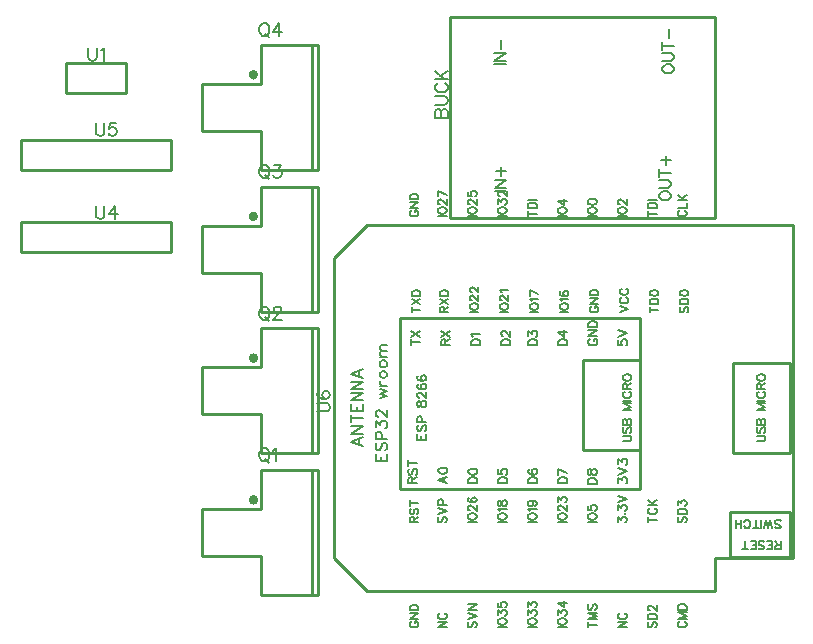
<source format=gto>
G04 Layer: TopSilkLayer*
G04 EasyEDA v6.4.25, 2021-10-28T21:29:07+02:00*
G04 1e849160e92242f7ba3bdc0c984c9892,d4fee26373094fa09ce5a0d27c2d2193,10*
G04 Gerber Generator version 0.2*
G04 Scale: 100 percent, Rotated: No, Reflected: No *
G04 Dimensions in millimeters *
G04 leading zeros omitted , absolute positions ,4 integer and 5 decimal *
%FSLAX45Y45*%
%MOMM*%

%ADD17C,0.2540*%
%ADD18C,0.4000*%
%ADD19C,0.1524*%
%ADD20C,0.2032*%
%ADD21C,0.1270*%

%LPD*%
D19*
X2773083Y-3374400D02*
G01*
X2851061Y-3374400D01*
X2866555Y-3369320D01*
X2876969Y-3358906D01*
X2882049Y-3343158D01*
X2882049Y-3332744D01*
X2876969Y-3317250D01*
X2866555Y-3306836D01*
X2851061Y-3301756D01*
X2773083Y-3301756D01*
X2788577Y-3204982D02*
G01*
X2778163Y-3210316D01*
X2773083Y-3225810D01*
X2773083Y-3236224D01*
X2778163Y-3251718D01*
X2793911Y-3262132D01*
X2819819Y-3267466D01*
X2845727Y-3267466D01*
X2866555Y-3262132D01*
X2876969Y-3251718D01*
X2882049Y-3236224D01*
X2882049Y-3230890D01*
X2876969Y-3215396D01*
X2866555Y-3204982D01*
X2851061Y-3199902D01*
X2845727Y-3199902D01*
X2830233Y-3204982D01*
X2819819Y-3215396D01*
X2814739Y-3230890D01*
X2814739Y-3236224D01*
X2819819Y-3251718D01*
X2830233Y-3262132D01*
X2845727Y-3267466D01*
X3061627Y-3628908D02*
G01*
X3158655Y-3665738D01*
X3061627Y-3628908D02*
G01*
X3158655Y-3591824D01*
X3126143Y-3651768D02*
G01*
X3126143Y-3605794D01*
X3061627Y-3561344D02*
G01*
X3158655Y-3561344D01*
X3061627Y-3561344D02*
G01*
X3158655Y-3496828D01*
X3061627Y-3496828D02*
G01*
X3158655Y-3496828D01*
X3061627Y-3433836D02*
G01*
X3158655Y-3433836D01*
X3061627Y-3466348D02*
G01*
X3061627Y-3401578D01*
X3061627Y-3371098D02*
G01*
X3158655Y-3371098D01*
X3061627Y-3371098D02*
G01*
X3061627Y-3311154D01*
X3107855Y-3371098D02*
G01*
X3107855Y-3334268D01*
X3158655Y-3371098D02*
G01*
X3158655Y-3311154D01*
X3061627Y-3280674D02*
G01*
X3158655Y-3280674D01*
X3061627Y-3280674D02*
G01*
X3158655Y-3215904D01*
X3061627Y-3215904D02*
G01*
X3158655Y-3215904D01*
X3061627Y-3185424D02*
G01*
X3158655Y-3185424D01*
X3061627Y-3185424D02*
G01*
X3158655Y-3120908D01*
X3061627Y-3120908D02*
G01*
X3158655Y-3120908D01*
X3061627Y-3053344D02*
G01*
X3158655Y-3090428D01*
X3061627Y-3053344D02*
G01*
X3158655Y-3016514D01*
X3126143Y-3076458D02*
G01*
X3126143Y-3030230D01*
X6495199Y-3628400D02*
G01*
X6547269Y-3628400D01*
X6557683Y-3624844D01*
X6564541Y-3617986D01*
X6568097Y-3607572D01*
X6568097Y-3600714D01*
X6564541Y-3590300D01*
X6557683Y-3583442D01*
X6547269Y-3579886D01*
X6495199Y-3579886D01*
X6505613Y-3508512D02*
G01*
X6498755Y-3515370D01*
X6495199Y-3525784D01*
X6495199Y-3539754D01*
X6498755Y-3550168D01*
X6505613Y-3557026D01*
X6512725Y-3557026D01*
X6519583Y-3553470D01*
X6522885Y-3550168D01*
X6526441Y-3543310D01*
X6533299Y-3522482D01*
X6536855Y-3515370D01*
X6540411Y-3512068D01*
X6547269Y-3508512D01*
X6557683Y-3508512D01*
X6564541Y-3515370D01*
X6568097Y-3525784D01*
X6568097Y-3539754D01*
X6564541Y-3550168D01*
X6557683Y-3557026D01*
X6495199Y-3485652D02*
G01*
X6568097Y-3485652D01*
X6495199Y-3485652D02*
G01*
X6495199Y-3454410D01*
X6498755Y-3444250D01*
X6502311Y-3440694D01*
X6509169Y-3437138D01*
X6516027Y-3437138D01*
X6522885Y-3440694D01*
X6526441Y-3444250D01*
X6529997Y-3454410D01*
X6529997Y-3485652D02*
G01*
X6529997Y-3454410D01*
X6533299Y-3444250D01*
X6536855Y-3440694D01*
X6543713Y-3437138D01*
X6554127Y-3437138D01*
X6560985Y-3440694D01*
X6564541Y-3444250D01*
X6568097Y-3454410D01*
X6568097Y-3485652D01*
X6495199Y-3360938D02*
G01*
X6568097Y-3360938D01*
X6495199Y-3360938D02*
G01*
X6568097Y-3333252D01*
X6495199Y-3305566D02*
G01*
X6568097Y-3333252D01*
X6495199Y-3305566D02*
G01*
X6568097Y-3305566D01*
X6495199Y-3282706D02*
G01*
X6568097Y-3282706D01*
X6512725Y-3208030D02*
G01*
X6505613Y-3211332D01*
X6498755Y-3218190D01*
X6495199Y-3225302D01*
X6495199Y-3239018D01*
X6498755Y-3246130D01*
X6505613Y-3252988D01*
X6512725Y-3256290D01*
X6522885Y-3259846D01*
X6540411Y-3259846D01*
X6550825Y-3256290D01*
X6557683Y-3252988D01*
X6564541Y-3246130D01*
X6568097Y-3239018D01*
X6568097Y-3225302D01*
X6564541Y-3218190D01*
X6557683Y-3211332D01*
X6550825Y-3208030D01*
X6495199Y-3185170D02*
G01*
X6568097Y-3185170D01*
X6495199Y-3185170D02*
G01*
X6495199Y-3153928D01*
X6498755Y-3143514D01*
X6502311Y-3139958D01*
X6509169Y-3136656D01*
X6516027Y-3136656D01*
X6522885Y-3139958D01*
X6526441Y-3143514D01*
X6529997Y-3153928D01*
X6529997Y-3185170D01*
X6529997Y-3160786D02*
G01*
X6568097Y-3136656D01*
X6495199Y-3092968D02*
G01*
X6498755Y-3099826D01*
X6505613Y-3106684D01*
X6512725Y-3110240D01*
X6522885Y-3113796D01*
X6540411Y-3113796D01*
X6550825Y-3110240D01*
X6557683Y-3106684D01*
X6564541Y-3099826D01*
X6568097Y-3092968D01*
X6568097Y-3078998D01*
X6564541Y-3072140D01*
X6557683Y-3065282D01*
X6550825Y-3061726D01*
X6540411Y-3058170D01*
X6522885Y-3058170D01*
X6512725Y-3061726D01*
X6505613Y-3065282D01*
X6498755Y-3072140D01*
X6495199Y-3078998D01*
X6495199Y-3092968D01*
X6698399Y-4542800D02*
G01*
X6698399Y-4469902D01*
X6698399Y-4542800D02*
G01*
X6667157Y-4542800D01*
X6656743Y-4539244D01*
X6653441Y-4535688D01*
X6649885Y-4528830D01*
X6649885Y-4521972D01*
X6653441Y-4515114D01*
X6656743Y-4511558D01*
X6667157Y-4508002D01*
X6698399Y-4508002D01*
X6674269Y-4508002D02*
G01*
X6649885Y-4469902D01*
X6627025Y-4542800D02*
G01*
X6627025Y-4469902D01*
X6627025Y-4542800D02*
G01*
X6582067Y-4542800D01*
X6627025Y-4508002D02*
G01*
X6599339Y-4508002D01*
X6627025Y-4469902D02*
G01*
X6582067Y-4469902D01*
X6510693Y-4532386D02*
G01*
X6517551Y-4539244D01*
X6527965Y-4542800D01*
X6541935Y-4542800D01*
X6552349Y-4539244D01*
X6559207Y-4532386D01*
X6559207Y-4525274D01*
X6555651Y-4518416D01*
X6552349Y-4515114D01*
X6545237Y-4511558D01*
X6524409Y-4504700D01*
X6517551Y-4501144D01*
X6514249Y-4497588D01*
X6510693Y-4490730D01*
X6510693Y-4480316D01*
X6517551Y-4473458D01*
X6527965Y-4469902D01*
X6541935Y-4469902D01*
X6552349Y-4473458D01*
X6559207Y-4480316D01*
X6487833Y-4542800D02*
G01*
X6487833Y-4469902D01*
X6487833Y-4542800D02*
G01*
X6442875Y-4542800D01*
X6487833Y-4508002D02*
G01*
X6460147Y-4508002D01*
X6487833Y-4469902D02*
G01*
X6442875Y-4469902D01*
X6395631Y-4542800D02*
G01*
X6395631Y-4469902D01*
X6420015Y-4542800D02*
G01*
X6371501Y-4542800D01*
X6649885Y-4354586D02*
G01*
X6656743Y-4361444D01*
X6667157Y-4365000D01*
X6681127Y-4365000D01*
X6691541Y-4361444D01*
X6698399Y-4354586D01*
X6698399Y-4347474D01*
X6694843Y-4340616D01*
X6691541Y-4337314D01*
X6684429Y-4333758D01*
X6663855Y-4326900D01*
X6656743Y-4323344D01*
X6653441Y-4319788D01*
X6649885Y-4312930D01*
X6649885Y-4302516D01*
X6656743Y-4295658D01*
X6667157Y-4292102D01*
X6681127Y-4292102D01*
X6691541Y-4295658D01*
X6698399Y-4302516D01*
X6627025Y-4365000D02*
G01*
X6609753Y-4292102D01*
X6592481Y-4365000D02*
G01*
X6609753Y-4292102D01*
X6592481Y-4365000D02*
G01*
X6575209Y-4292102D01*
X6557683Y-4365000D02*
G01*
X6575209Y-4292102D01*
X6534823Y-4365000D02*
G01*
X6534823Y-4292102D01*
X6487833Y-4365000D02*
G01*
X6487833Y-4292102D01*
X6511963Y-4365000D02*
G01*
X6463449Y-4365000D01*
X6388773Y-4347474D02*
G01*
X6392329Y-4354586D01*
X6399187Y-4361444D01*
X6406045Y-4365000D01*
X6420015Y-4365000D01*
X6426873Y-4361444D01*
X6433731Y-4354586D01*
X6437287Y-4347474D01*
X6440589Y-4337314D01*
X6440589Y-4319788D01*
X6437287Y-4309374D01*
X6433731Y-4302516D01*
X6426873Y-4295658D01*
X6420015Y-4292102D01*
X6406045Y-4292102D01*
X6399187Y-4295658D01*
X6392329Y-4302516D01*
X6388773Y-4309374D01*
X6365913Y-4365000D02*
G01*
X6365913Y-4292102D01*
X6317399Y-4365000D02*
G01*
X6317399Y-4292102D01*
X6365913Y-4330202D02*
G01*
X6317399Y-4330202D01*
D20*
X3574199Y-2512324D02*
G01*
X3645827Y-2512324D01*
X3574199Y-2536200D02*
G01*
X3574199Y-2488448D01*
X3574199Y-2466096D02*
G01*
X3645827Y-2418344D01*
X3574199Y-2418344D02*
G01*
X3645827Y-2466096D01*
X3574199Y-2395738D02*
G01*
X3645827Y-2395738D01*
X3574199Y-2395738D02*
G01*
X3574199Y-2371862D01*
X3577501Y-2361702D01*
X3584359Y-2354844D01*
X3591217Y-2351542D01*
X3601377Y-2347986D01*
X3618395Y-2347986D01*
X3628809Y-2351542D01*
X3635667Y-2354844D01*
X3642271Y-2361702D01*
X3645827Y-2371862D01*
X3645827Y-2395738D01*
X3812705Y-2536200D02*
G01*
X3884333Y-2536200D01*
X3812705Y-2536200D02*
G01*
X3812705Y-2505466D01*
X3816007Y-2495306D01*
X3819563Y-2492004D01*
X3826421Y-2488448D01*
X3833025Y-2488448D01*
X3839883Y-2492004D01*
X3843439Y-2495306D01*
X3846741Y-2505466D01*
X3846741Y-2536200D01*
X3846741Y-2512324D02*
G01*
X3884333Y-2488448D01*
X3812705Y-2466096D02*
G01*
X3884333Y-2418344D01*
X3812705Y-2418344D02*
G01*
X3884333Y-2466096D01*
X3812705Y-2395738D02*
G01*
X3884333Y-2395738D01*
X3812705Y-2395738D02*
G01*
X3812705Y-2371862D01*
X3816007Y-2361702D01*
X3822865Y-2354844D01*
X3829723Y-2351542D01*
X3839883Y-2347986D01*
X3856901Y-2347986D01*
X3867315Y-2351542D01*
X3874173Y-2354844D01*
X3880777Y-2361702D01*
X3884333Y-2371862D01*
X3884333Y-2395738D01*
X4066705Y-2536200D02*
G01*
X4138333Y-2536200D01*
X4066705Y-2493274D02*
G01*
X4070007Y-2500132D01*
X4076865Y-2506990D01*
X4083723Y-2510292D01*
X4093883Y-2513594D01*
X4110901Y-2513594D01*
X4121315Y-2510292D01*
X4128173Y-2506990D01*
X4134777Y-2500132D01*
X4138333Y-2493274D01*
X4138333Y-2479558D01*
X4134777Y-2472700D01*
X4128173Y-2466096D01*
X4121315Y-2462540D01*
X4110901Y-2459238D01*
X4093883Y-2459238D01*
X4083723Y-2462540D01*
X4076865Y-2466096D01*
X4070007Y-2472700D01*
X4066705Y-2479558D01*
X4066705Y-2493274D01*
X4083723Y-2433330D02*
G01*
X4080421Y-2433330D01*
X4073563Y-2429774D01*
X4070007Y-2426472D01*
X4066705Y-2419614D01*
X4066705Y-2405898D01*
X4070007Y-2399040D01*
X4073563Y-2395738D01*
X4080421Y-2392436D01*
X4087025Y-2392436D01*
X4093883Y-2395738D01*
X4104297Y-2402596D01*
X4138333Y-2436632D01*
X4138333Y-2388880D01*
X4083723Y-2362972D02*
G01*
X4080421Y-2362972D01*
X4073563Y-2359670D01*
X4070007Y-2356114D01*
X4066705Y-2349256D01*
X4066705Y-2335794D01*
X4070007Y-2328936D01*
X4073563Y-2325634D01*
X4080421Y-2322078D01*
X4087025Y-2322078D01*
X4093883Y-2325634D01*
X4104297Y-2332238D01*
X4138333Y-2366528D01*
X4138333Y-2318776D01*
X4320705Y-2536200D02*
G01*
X4392333Y-2536200D01*
X4320705Y-2493274D02*
G01*
X4324007Y-2500132D01*
X4330865Y-2506990D01*
X4337723Y-2510292D01*
X4347883Y-2513594D01*
X4364901Y-2513594D01*
X4375315Y-2510292D01*
X4382173Y-2506990D01*
X4388777Y-2500132D01*
X4392333Y-2493274D01*
X4392333Y-2479558D01*
X4388777Y-2472700D01*
X4382173Y-2466096D01*
X4375315Y-2462540D01*
X4364901Y-2459238D01*
X4347883Y-2459238D01*
X4337723Y-2462540D01*
X4330865Y-2466096D01*
X4324007Y-2472700D01*
X4320705Y-2479558D01*
X4320705Y-2493274D01*
X4337723Y-2433330D02*
G01*
X4334421Y-2433330D01*
X4327563Y-2429774D01*
X4324007Y-2426472D01*
X4320705Y-2419614D01*
X4320705Y-2405898D01*
X4324007Y-2399040D01*
X4327563Y-2395738D01*
X4334421Y-2392436D01*
X4341025Y-2392436D01*
X4347883Y-2395738D01*
X4358297Y-2402596D01*
X4392333Y-2436632D01*
X4392333Y-2388880D01*
X4334421Y-2366528D02*
G01*
X4330865Y-2359670D01*
X4320705Y-2349256D01*
X4392333Y-2349256D01*
X4574705Y-2536200D02*
G01*
X4646333Y-2536200D01*
X4574705Y-2493274D02*
G01*
X4578007Y-2500132D01*
X4584865Y-2506990D01*
X4591723Y-2510292D01*
X4601883Y-2513594D01*
X4618901Y-2513594D01*
X4629315Y-2510292D01*
X4636173Y-2506990D01*
X4642777Y-2500132D01*
X4646333Y-2493274D01*
X4646333Y-2479558D01*
X4642777Y-2472700D01*
X4636173Y-2466096D01*
X4629315Y-2462540D01*
X4618901Y-2459238D01*
X4601883Y-2459238D01*
X4591723Y-2462540D01*
X4584865Y-2466096D01*
X4578007Y-2472700D01*
X4574705Y-2479558D01*
X4574705Y-2493274D01*
X4588421Y-2436632D02*
G01*
X4584865Y-2429774D01*
X4574705Y-2419614D01*
X4646333Y-2419614D01*
X4574705Y-2349256D02*
G01*
X4646333Y-2383546D01*
X4574705Y-2397008D02*
G01*
X4574705Y-2349256D01*
X4828705Y-2536200D02*
G01*
X4900333Y-2536200D01*
X4828705Y-2493274D02*
G01*
X4832007Y-2500132D01*
X4838865Y-2506990D01*
X4845723Y-2510292D01*
X4855883Y-2513594D01*
X4872901Y-2513594D01*
X4883315Y-2510292D01*
X4890173Y-2506990D01*
X4896777Y-2500132D01*
X4900333Y-2493274D01*
X4900333Y-2479558D01*
X4896777Y-2472700D01*
X4890173Y-2466096D01*
X4883315Y-2462540D01*
X4872901Y-2459238D01*
X4855883Y-2459238D01*
X4845723Y-2462540D01*
X4838865Y-2466096D01*
X4832007Y-2472700D01*
X4828705Y-2479558D01*
X4828705Y-2493274D01*
X4842421Y-2436632D02*
G01*
X4838865Y-2429774D01*
X4828705Y-2419614D01*
X4900333Y-2419614D01*
X4838865Y-2356114D02*
G01*
X4832007Y-2359670D01*
X4828705Y-2369830D01*
X4828705Y-2376688D01*
X4832007Y-2386848D01*
X4842421Y-2393706D01*
X4859439Y-2397008D01*
X4876457Y-2397008D01*
X4890173Y-2393706D01*
X4896777Y-2386848D01*
X4900333Y-2376688D01*
X4900333Y-2373132D01*
X4896777Y-2362972D01*
X4890173Y-2356114D01*
X4879759Y-2352812D01*
X4876457Y-2352812D01*
X4866297Y-2356114D01*
X4859439Y-2362972D01*
X4855883Y-2373132D01*
X4855883Y-2376688D01*
X4859439Y-2386848D01*
X4866297Y-2393706D01*
X4876457Y-2397008D01*
X5099723Y-2485146D02*
G01*
X5092865Y-2488448D01*
X5086007Y-2495306D01*
X5082705Y-2502164D01*
X5082705Y-2515626D01*
X5086007Y-2522484D01*
X5092865Y-2529342D01*
X5099723Y-2532898D01*
X5109883Y-2536200D01*
X5126901Y-2536200D01*
X5137315Y-2532898D01*
X5144173Y-2529342D01*
X5150777Y-2522484D01*
X5154333Y-2515626D01*
X5154333Y-2502164D01*
X5150777Y-2495306D01*
X5144173Y-2488448D01*
X5137315Y-2485146D01*
X5126901Y-2485146D01*
X5126901Y-2502164D02*
G01*
X5126901Y-2485146D01*
X5082705Y-2462540D02*
G01*
X5154333Y-2462540D01*
X5082705Y-2462540D02*
G01*
X5154333Y-2414788D01*
X5082705Y-2414788D02*
G01*
X5154333Y-2414788D01*
X5082705Y-2392436D02*
G01*
X5154333Y-2392436D01*
X5082705Y-2392436D02*
G01*
X5082705Y-2368560D01*
X5086007Y-2358146D01*
X5092865Y-2351542D01*
X5099723Y-2347986D01*
X5109883Y-2344684D01*
X5126901Y-2344684D01*
X5137315Y-2347986D01*
X5144173Y-2351542D01*
X5150777Y-2358146D01*
X5154333Y-2368560D01*
X5154333Y-2392436D01*
X5336705Y-2536200D02*
G01*
X5408333Y-2509022D01*
X5336705Y-2481590D02*
G01*
X5408333Y-2509022D01*
X5353723Y-2407930D02*
G01*
X5346865Y-2411486D01*
X5340007Y-2418344D01*
X5336705Y-2424948D01*
X5336705Y-2438664D01*
X5340007Y-2445522D01*
X5346865Y-2452380D01*
X5353723Y-2455682D01*
X5363883Y-2459238D01*
X5380901Y-2459238D01*
X5391315Y-2455682D01*
X5398173Y-2452380D01*
X5404777Y-2445522D01*
X5408333Y-2438664D01*
X5408333Y-2424948D01*
X5404777Y-2418344D01*
X5398173Y-2411486D01*
X5391315Y-2407930D01*
X5353723Y-2334270D02*
G01*
X5346865Y-2337826D01*
X5340007Y-2344684D01*
X5336705Y-2351542D01*
X5336705Y-2365004D01*
X5340007Y-2371862D01*
X5346865Y-2378720D01*
X5353723Y-2382022D01*
X5363883Y-2385578D01*
X5380901Y-2385578D01*
X5391315Y-2382022D01*
X5398173Y-2378720D01*
X5404777Y-2371862D01*
X5408333Y-2365004D01*
X5408333Y-2351542D01*
X5404777Y-2344684D01*
X5398173Y-2337826D01*
X5391315Y-2334270D01*
X5590705Y-2512324D02*
G01*
X5662333Y-2512324D01*
X5590705Y-2536200D02*
G01*
X5590705Y-2488448D01*
X5590705Y-2466096D02*
G01*
X5662333Y-2466096D01*
X5590705Y-2466096D02*
G01*
X5590705Y-2442220D01*
X5594007Y-2431806D01*
X5600865Y-2424948D01*
X5607723Y-2421646D01*
X5617883Y-2418344D01*
X5634901Y-2418344D01*
X5645315Y-2421646D01*
X5652173Y-2424948D01*
X5658777Y-2431806D01*
X5662333Y-2442220D01*
X5662333Y-2466096D01*
X5590705Y-2375418D02*
G01*
X5594007Y-2385578D01*
X5604421Y-2392436D01*
X5621439Y-2395738D01*
X5631599Y-2395738D01*
X5648617Y-2392436D01*
X5658777Y-2385578D01*
X5662333Y-2375418D01*
X5662333Y-2368560D01*
X5658777Y-2358146D01*
X5648617Y-2351542D01*
X5631599Y-2347986D01*
X5621439Y-2347986D01*
X5604421Y-2351542D01*
X5594007Y-2358146D01*
X5590705Y-2368560D01*
X5590705Y-2375418D01*
X5854865Y-2488448D02*
G01*
X5848007Y-2495306D01*
X5844705Y-2505466D01*
X5844705Y-2519182D01*
X5848007Y-2529342D01*
X5854865Y-2536200D01*
X5861723Y-2536200D01*
X5868581Y-2532898D01*
X5871883Y-2529342D01*
X5875439Y-2522484D01*
X5882297Y-2502164D01*
X5885599Y-2495306D01*
X5888901Y-2492004D01*
X5895759Y-2488448D01*
X5906173Y-2488448D01*
X5912777Y-2495306D01*
X5916333Y-2505466D01*
X5916333Y-2519182D01*
X5912777Y-2529342D01*
X5906173Y-2536200D01*
X5844705Y-2466096D02*
G01*
X5916333Y-2466096D01*
X5844705Y-2466096D02*
G01*
X5844705Y-2442220D01*
X5848007Y-2431806D01*
X5854865Y-2424948D01*
X5861723Y-2421646D01*
X5871883Y-2418344D01*
X5888901Y-2418344D01*
X5899315Y-2421646D01*
X5906173Y-2424948D01*
X5912777Y-2431806D01*
X5916333Y-2442220D01*
X5916333Y-2466096D01*
X5844705Y-2375418D02*
G01*
X5848007Y-2385578D01*
X5858421Y-2392436D01*
X5875439Y-2395738D01*
X5885599Y-2395738D01*
X5902617Y-2392436D01*
X5912777Y-2385578D01*
X5916333Y-2375418D01*
X5916333Y-2368560D01*
X5912777Y-2358146D01*
X5902617Y-2351542D01*
X5885599Y-2347986D01*
X5875439Y-2347986D01*
X5858421Y-2351542D01*
X5848007Y-2358146D01*
X5844705Y-2368560D01*
X5844705Y-2375418D01*
X3558705Y-4314200D02*
G01*
X3630333Y-4314200D01*
X3558705Y-4314200D02*
G01*
X3558705Y-4283466D01*
X3562007Y-4273306D01*
X3565563Y-4270004D01*
X3572421Y-4266448D01*
X3579025Y-4266448D01*
X3585883Y-4270004D01*
X3589439Y-4273306D01*
X3592741Y-4283466D01*
X3592741Y-4314200D01*
X3592741Y-4290324D02*
G01*
X3630333Y-4266448D01*
X3568865Y-4196344D02*
G01*
X3562007Y-4202948D01*
X3558705Y-4213362D01*
X3558705Y-4226824D01*
X3562007Y-4237238D01*
X3568865Y-4244096D01*
X3575723Y-4244096D01*
X3582581Y-4240540D01*
X3585883Y-4237238D01*
X3589439Y-4230380D01*
X3596297Y-4209806D01*
X3599599Y-4202948D01*
X3602901Y-4199646D01*
X3609759Y-4196344D01*
X3620173Y-4196344D01*
X3626777Y-4202948D01*
X3630333Y-4213362D01*
X3630333Y-4226824D01*
X3626777Y-4237238D01*
X3620173Y-4244096D01*
X3558705Y-4149862D02*
G01*
X3630333Y-4149862D01*
X3558705Y-4173738D02*
G01*
X3558705Y-4125986D01*
X3807371Y-4266448D02*
G01*
X3800513Y-4273306D01*
X3797211Y-4283466D01*
X3797211Y-4297182D01*
X3800513Y-4307342D01*
X3807371Y-4314200D01*
X3814229Y-4314200D01*
X3821087Y-4310898D01*
X3824389Y-4307342D01*
X3827945Y-4300484D01*
X3834803Y-4280164D01*
X3838105Y-4273306D01*
X3841407Y-4270004D01*
X3848265Y-4266448D01*
X3858679Y-4266448D01*
X3865283Y-4273306D01*
X3868839Y-4283466D01*
X3868839Y-4297182D01*
X3865283Y-4307342D01*
X3858679Y-4314200D01*
X3797211Y-4244096D02*
G01*
X3868839Y-4216664D01*
X3797211Y-4189486D02*
G01*
X3868839Y-4216664D01*
X3797211Y-4166880D02*
G01*
X3868839Y-4166880D01*
X3797211Y-4166880D02*
G01*
X3797211Y-4136146D01*
X3800513Y-4125986D01*
X3804069Y-4122684D01*
X3810927Y-4119128D01*
X3821087Y-4119128D01*
X3827945Y-4122684D01*
X3831247Y-4125986D01*
X3834803Y-4136146D01*
X3834803Y-4166880D01*
X4051211Y-4314200D02*
G01*
X4122839Y-4314200D01*
X4051211Y-4271274D02*
G01*
X4054513Y-4278132D01*
X4061371Y-4284990D01*
X4068229Y-4288292D01*
X4078389Y-4291594D01*
X4095407Y-4291594D01*
X4105821Y-4288292D01*
X4112679Y-4284990D01*
X4119283Y-4278132D01*
X4122839Y-4271274D01*
X4122839Y-4257558D01*
X4119283Y-4250700D01*
X4112679Y-4244096D01*
X4105821Y-4240540D01*
X4095407Y-4237238D01*
X4078389Y-4237238D01*
X4068229Y-4240540D01*
X4061371Y-4244096D01*
X4054513Y-4250700D01*
X4051211Y-4257558D01*
X4051211Y-4271274D01*
X4068229Y-4211330D02*
G01*
X4064927Y-4211330D01*
X4058069Y-4207774D01*
X4054513Y-4204472D01*
X4051211Y-4197614D01*
X4051211Y-4183898D01*
X4054513Y-4177040D01*
X4058069Y-4173738D01*
X4064927Y-4170436D01*
X4071531Y-4170436D01*
X4078389Y-4173738D01*
X4088803Y-4180596D01*
X4122839Y-4214632D01*
X4122839Y-4166880D01*
X4061371Y-4103634D02*
G01*
X4054513Y-4106936D01*
X4051211Y-4117096D01*
X4051211Y-4123954D01*
X4054513Y-4134114D01*
X4064927Y-4140972D01*
X4081945Y-4144528D01*
X4098963Y-4144528D01*
X4112679Y-4140972D01*
X4119283Y-4134114D01*
X4122839Y-4123954D01*
X4122839Y-4120652D01*
X4119283Y-4110238D01*
X4112679Y-4103634D01*
X4102265Y-4100078D01*
X4098963Y-4100078D01*
X4088803Y-4103634D01*
X4081945Y-4110238D01*
X4078389Y-4120652D01*
X4078389Y-4123954D01*
X4081945Y-4134114D01*
X4088803Y-4140972D01*
X4098963Y-4144528D01*
X4305211Y-4314200D02*
G01*
X4376839Y-4314200D01*
X4305211Y-4271274D02*
G01*
X4308513Y-4278132D01*
X4315371Y-4284990D01*
X4322229Y-4288292D01*
X4332389Y-4291594D01*
X4349407Y-4291594D01*
X4359821Y-4288292D01*
X4366679Y-4284990D01*
X4373283Y-4278132D01*
X4376839Y-4271274D01*
X4376839Y-4257558D01*
X4373283Y-4250700D01*
X4366679Y-4244096D01*
X4359821Y-4240540D01*
X4349407Y-4237238D01*
X4332389Y-4237238D01*
X4322229Y-4240540D01*
X4315371Y-4244096D01*
X4308513Y-4250700D01*
X4305211Y-4257558D01*
X4305211Y-4271274D01*
X4318927Y-4214632D02*
G01*
X4315371Y-4207774D01*
X4305211Y-4197614D01*
X4376839Y-4197614D01*
X4305211Y-4157990D02*
G01*
X4308513Y-4168404D01*
X4315371Y-4171706D01*
X4322229Y-4171706D01*
X4329087Y-4168404D01*
X4332389Y-4161546D01*
X4335945Y-4147830D01*
X4339247Y-4137670D01*
X4346105Y-4130812D01*
X4352963Y-4127256D01*
X4363123Y-4127256D01*
X4369981Y-4130812D01*
X4373283Y-4134114D01*
X4376839Y-4144528D01*
X4376839Y-4157990D01*
X4373283Y-4168404D01*
X4369981Y-4171706D01*
X4363123Y-4175008D01*
X4352963Y-4175008D01*
X4346105Y-4171706D01*
X4339247Y-4164848D01*
X4335945Y-4154688D01*
X4332389Y-4140972D01*
X4329087Y-4134114D01*
X4322229Y-4130812D01*
X4315371Y-4130812D01*
X4308513Y-4134114D01*
X4305211Y-4144528D01*
X4305211Y-4157990D01*
X4559211Y-4314200D02*
G01*
X4630839Y-4314200D01*
X4559211Y-4271274D02*
G01*
X4562513Y-4278132D01*
X4569371Y-4284990D01*
X4576229Y-4288292D01*
X4586389Y-4291594D01*
X4603407Y-4291594D01*
X4613821Y-4288292D01*
X4620679Y-4284990D01*
X4627283Y-4278132D01*
X4630839Y-4271274D01*
X4630839Y-4257558D01*
X4627283Y-4250700D01*
X4620679Y-4244096D01*
X4613821Y-4240540D01*
X4603407Y-4237238D01*
X4586389Y-4237238D01*
X4576229Y-4240540D01*
X4569371Y-4244096D01*
X4562513Y-4250700D01*
X4559211Y-4257558D01*
X4559211Y-4271274D01*
X4572927Y-4214632D02*
G01*
X4569371Y-4207774D01*
X4559211Y-4197614D01*
X4630839Y-4197614D01*
X4583087Y-4130812D02*
G01*
X4593247Y-4134114D01*
X4600105Y-4140972D01*
X4603407Y-4151132D01*
X4603407Y-4154688D01*
X4600105Y-4164848D01*
X4593247Y-4171706D01*
X4583087Y-4175008D01*
X4579531Y-4175008D01*
X4569371Y-4171706D01*
X4562513Y-4164848D01*
X4559211Y-4154688D01*
X4559211Y-4151132D01*
X4562513Y-4140972D01*
X4569371Y-4134114D01*
X4583087Y-4130812D01*
X4600105Y-4130812D01*
X4617123Y-4134114D01*
X4627283Y-4140972D01*
X4630839Y-4151132D01*
X4630839Y-4157990D01*
X4627283Y-4168404D01*
X4620679Y-4171706D01*
X4813211Y-4314200D02*
G01*
X4884839Y-4314200D01*
X4813211Y-4271274D02*
G01*
X4816513Y-4278132D01*
X4823371Y-4284990D01*
X4830229Y-4288292D01*
X4840389Y-4291594D01*
X4857407Y-4291594D01*
X4867821Y-4288292D01*
X4874679Y-4284990D01*
X4881283Y-4278132D01*
X4884839Y-4271274D01*
X4884839Y-4257558D01*
X4881283Y-4250700D01*
X4874679Y-4244096D01*
X4867821Y-4240540D01*
X4857407Y-4237238D01*
X4840389Y-4237238D01*
X4830229Y-4240540D01*
X4823371Y-4244096D01*
X4816513Y-4250700D01*
X4813211Y-4257558D01*
X4813211Y-4271274D01*
X4830229Y-4211330D02*
G01*
X4826927Y-4211330D01*
X4820069Y-4207774D01*
X4816513Y-4204472D01*
X4813211Y-4197614D01*
X4813211Y-4183898D01*
X4816513Y-4177040D01*
X4820069Y-4173738D01*
X4826927Y-4170436D01*
X4833531Y-4170436D01*
X4840389Y-4173738D01*
X4850803Y-4180596D01*
X4884839Y-4214632D01*
X4884839Y-4166880D01*
X4813211Y-4137670D02*
G01*
X4813211Y-4100078D01*
X4840389Y-4120652D01*
X4840389Y-4110238D01*
X4843945Y-4103634D01*
X4847247Y-4100078D01*
X4857407Y-4096776D01*
X4864265Y-4096776D01*
X4874679Y-4100078D01*
X4881283Y-4106936D01*
X4884839Y-4117096D01*
X4884839Y-4127256D01*
X4881283Y-4137670D01*
X4877981Y-4140972D01*
X4871123Y-4144528D01*
X5067211Y-4314200D02*
G01*
X5138839Y-4314200D01*
X5067211Y-4271274D02*
G01*
X5070513Y-4278132D01*
X5077371Y-4284990D01*
X5084229Y-4288292D01*
X5094389Y-4291594D01*
X5111407Y-4291594D01*
X5121821Y-4288292D01*
X5128679Y-4284990D01*
X5135283Y-4278132D01*
X5138839Y-4271274D01*
X5138839Y-4257558D01*
X5135283Y-4250700D01*
X5128679Y-4244096D01*
X5121821Y-4240540D01*
X5111407Y-4237238D01*
X5094389Y-4237238D01*
X5084229Y-4240540D01*
X5077371Y-4244096D01*
X5070513Y-4250700D01*
X5067211Y-4257558D01*
X5067211Y-4271274D01*
X5067211Y-4173738D02*
G01*
X5067211Y-4207774D01*
X5097945Y-4211330D01*
X5094389Y-4207774D01*
X5091087Y-4197614D01*
X5091087Y-4187454D01*
X5094389Y-4177040D01*
X5101247Y-4170436D01*
X5111407Y-4166880D01*
X5118265Y-4166880D01*
X5128679Y-4170436D01*
X5135283Y-4177040D01*
X5138839Y-4187454D01*
X5138839Y-4197614D01*
X5135283Y-4207774D01*
X5131981Y-4211330D01*
X5125123Y-4214632D01*
X5321211Y-4307342D02*
G01*
X5321211Y-4270004D01*
X5348389Y-4290324D01*
X5348389Y-4280164D01*
X5351945Y-4273306D01*
X5355247Y-4270004D01*
X5365407Y-4266448D01*
X5372265Y-4266448D01*
X5382679Y-4270004D01*
X5389283Y-4276608D01*
X5392839Y-4287022D01*
X5392839Y-4297182D01*
X5389283Y-4307342D01*
X5385981Y-4310898D01*
X5379123Y-4314200D01*
X5375821Y-4240540D02*
G01*
X5379123Y-4244096D01*
X5382679Y-4240540D01*
X5379123Y-4237238D01*
X5375821Y-4240540D01*
X5321211Y-4207774D02*
G01*
X5321211Y-4170436D01*
X5348389Y-4190756D01*
X5348389Y-4180596D01*
X5351945Y-4173738D01*
X5355247Y-4170436D01*
X5365407Y-4166880D01*
X5372265Y-4166880D01*
X5382679Y-4170436D01*
X5389283Y-4177040D01*
X5392839Y-4187454D01*
X5392839Y-4197614D01*
X5389283Y-4207774D01*
X5385981Y-4211330D01*
X5379123Y-4214632D01*
X5321211Y-4144528D02*
G01*
X5392839Y-4117096D01*
X5321211Y-4089918D02*
G01*
X5392839Y-4117096D01*
X5575211Y-4290324D02*
G01*
X5646839Y-4290324D01*
X5575211Y-4314200D02*
G01*
X5575211Y-4266448D01*
X5592229Y-4192788D02*
G01*
X5585371Y-4196344D01*
X5578513Y-4202948D01*
X5575211Y-4209806D01*
X5575211Y-4223522D01*
X5578513Y-4230380D01*
X5585371Y-4237238D01*
X5592229Y-4240540D01*
X5602389Y-4244096D01*
X5619407Y-4244096D01*
X5629821Y-4240540D01*
X5636679Y-4237238D01*
X5643283Y-4230380D01*
X5646839Y-4223522D01*
X5646839Y-4209806D01*
X5643283Y-4202948D01*
X5636679Y-4196344D01*
X5629821Y-4192788D01*
X5575211Y-4170436D02*
G01*
X5646839Y-4170436D01*
X5575211Y-4122684D02*
G01*
X5622963Y-4170436D01*
X5605945Y-4153418D02*
G01*
X5646839Y-4122684D01*
X5839371Y-4266448D02*
G01*
X5832513Y-4273306D01*
X5829211Y-4283466D01*
X5829211Y-4297182D01*
X5832513Y-4307342D01*
X5839371Y-4314200D01*
X5846229Y-4314200D01*
X5853087Y-4310898D01*
X5856389Y-4307342D01*
X5859945Y-4300484D01*
X5866803Y-4280164D01*
X5870105Y-4273306D01*
X5873407Y-4270004D01*
X5880265Y-4266448D01*
X5890679Y-4266448D01*
X5897283Y-4273306D01*
X5900839Y-4283466D01*
X5900839Y-4297182D01*
X5897283Y-4307342D01*
X5890679Y-4314200D01*
X5829211Y-4244096D02*
G01*
X5900839Y-4244096D01*
X5829211Y-4244096D02*
G01*
X5829211Y-4220220D01*
X5832513Y-4209806D01*
X5839371Y-4202948D01*
X5846229Y-4199646D01*
X5856389Y-4196344D01*
X5873407Y-4196344D01*
X5883821Y-4199646D01*
X5890679Y-4202948D01*
X5897283Y-4209806D01*
X5900839Y-4220220D01*
X5900839Y-4244096D01*
X5829211Y-4166880D02*
G01*
X5829211Y-4129542D01*
X5856389Y-4149862D01*
X5856389Y-4139702D01*
X5859945Y-4132844D01*
X5863247Y-4129542D01*
X5873407Y-4125986D01*
X5880265Y-4125986D01*
X5890679Y-4129542D01*
X5897283Y-4136146D01*
X5900839Y-4146560D01*
X5900839Y-4156720D01*
X5897283Y-4166880D01*
X5893981Y-4170436D01*
X5887123Y-4173738D01*
X3575723Y-5152146D02*
G01*
X3568865Y-5155448D01*
X3562007Y-5162306D01*
X3558705Y-5169164D01*
X3558705Y-5182626D01*
X3562007Y-5189484D01*
X3568865Y-5196342D01*
X3575723Y-5199898D01*
X3585883Y-5203200D01*
X3602901Y-5203200D01*
X3613315Y-5199898D01*
X3620173Y-5196342D01*
X3626777Y-5189484D01*
X3630333Y-5182626D01*
X3630333Y-5169164D01*
X3626777Y-5162306D01*
X3620173Y-5155448D01*
X3613315Y-5152146D01*
X3602901Y-5152146D01*
X3602901Y-5169164D02*
G01*
X3602901Y-5152146D01*
X3558705Y-5129540D02*
G01*
X3630333Y-5129540D01*
X3558705Y-5129540D02*
G01*
X3630333Y-5081788D01*
X3558705Y-5081788D02*
G01*
X3630333Y-5081788D01*
X3558705Y-5059436D02*
G01*
X3630333Y-5059436D01*
X3558705Y-5059436D02*
G01*
X3558705Y-5035560D01*
X3562007Y-5025146D01*
X3568865Y-5018542D01*
X3575723Y-5014986D01*
X3585883Y-5011684D01*
X3602901Y-5011684D01*
X3613315Y-5014986D01*
X3620173Y-5018542D01*
X3626777Y-5025146D01*
X3630333Y-5035560D01*
X3630333Y-5059436D01*
X3797211Y-5203200D02*
G01*
X3868839Y-5203200D01*
X3797211Y-5203200D02*
G01*
X3868839Y-5155448D01*
X3797211Y-5155448D02*
G01*
X3868839Y-5155448D01*
X3814229Y-5081788D02*
G01*
X3807371Y-5085344D01*
X3800513Y-5091948D01*
X3797211Y-5098806D01*
X3797211Y-5112522D01*
X3800513Y-5119380D01*
X3807371Y-5126238D01*
X3814229Y-5129540D01*
X3824389Y-5133096D01*
X3841407Y-5133096D01*
X3851821Y-5129540D01*
X3858679Y-5126238D01*
X3865283Y-5119380D01*
X3868839Y-5112522D01*
X3868839Y-5098806D01*
X3865283Y-5091948D01*
X3858679Y-5085344D01*
X3851821Y-5081788D01*
X4061371Y-5155448D02*
G01*
X4054513Y-5162306D01*
X4051211Y-5172466D01*
X4051211Y-5186182D01*
X4054513Y-5196342D01*
X4061371Y-5203200D01*
X4068229Y-5203200D01*
X4075087Y-5199898D01*
X4078389Y-5196342D01*
X4081945Y-5189484D01*
X4088803Y-5169164D01*
X4092105Y-5162306D01*
X4095407Y-5159004D01*
X4102265Y-5155448D01*
X4112679Y-5155448D01*
X4119283Y-5162306D01*
X4122839Y-5172466D01*
X4122839Y-5186182D01*
X4119283Y-5196342D01*
X4112679Y-5203200D01*
X4051211Y-5133096D02*
G01*
X4122839Y-5105664D01*
X4051211Y-5078486D02*
G01*
X4122839Y-5105664D01*
X4051211Y-5055880D02*
G01*
X4122839Y-5055880D01*
X4051211Y-5055880D02*
G01*
X4122839Y-5008128D01*
X4051211Y-5008128D02*
G01*
X4122839Y-5008128D01*
X4305211Y-5203200D02*
G01*
X4376839Y-5203200D01*
X4305211Y-5160274D02*
G01*
X4308513Y-5167132D01*
X4315371Y-5173990D01*
X4322229Y-5177292D01*
X4332389Y-5180594D01*
X4349407Y-5180594D01*
X4359821Y-5177292D01*
X4366679Y-5173990D01*
X4373283Y-5167132D01*
X4376839Y-5160274D01*
X4376839Y-5146558D01*
X4373283Y-5139700D01*
X4366679Y-5133096D01*
X4359821Y-5129540D01*
X4349407Y-5126238D01*
X4332389Y-5126238D01*
X4322229Y-5129540D01*
X4315371Y-5133096D01*
X4308513Y-5139700D01*
X4305211Y-5146558D01*
X4305211Y-5160274D01*
X4305211Y-5096774D02*
G01*
X4305211Y-5059436D01*
X4332389Y-5079756D01*
X4332389Y-5069596D01*
X4335945Y-5062738D01*
X4339247Y-5059436D01*
X4349407Y-5055880D01*
X4356265Y-5055880D01*
X4366679Y-5059436D01*
X4373283Y-5066040D01*
X4376839Y-5076454D01*
X4376839Y-5086614D01*
X4373283Y-5096774D01*
X4369981Y-5100330D01*
X4363123Y-5103632D01*
X4305211Y-4992634D02*
G01*
X4305211Y-5026670D01*
X4335945Y-5029972D01*
X4332389Y-5026670D01*
X4329087Y-5016256D01*
X4329087Y-5006096D01*
X4332389Y-4995936D01*
X4339247Y-4989078D01*
X4349407Y-4985776D01*
X4356265Y-4985776D01*
X4366679Y-4989078D01*
X4373283Y-4995936D01*
X4376839Y-5006096D01*
X4376839Y-5016256D01*
X4373283Y-5026670D01*
X4369981Y-5029972D01*
X4363123Y-5033528D01*
X4559211Y-5203200D02*
G01*
X4630839Y-5203200D01*
X4559211Y-5160274D02*
G01*
X4562513Y-5167132D01*
X4569371Y-5173990D01*
X4576229Y-5177292D01*
X4586389Y-5180594D01*
X4603407Y-5180594D01*
X4613821Y-5177292D01*
X4620679Y-5173990D01*
X4627283Y-5167132D01*
X4630839Y-5160274D01*
X4630839Y-5146558D01*
X4627283Y-5139700D01*
X4620679Y-5133096D01*
X4613821Y-5129540D01*
X4603407Y-5126238D01*
X4586389Y-5126238D01*
X4576229Y-5129540D01*
X4569371Y-5133096D01*
X4562513Y-5139700D01*
X4559211Y-5146558D01*
X4559211Y-5160274D01*
X4559211Y-5096774D02*
G01*
X4559211Y-5059436D01*
X4586389Y-5079756D01*
X4586389Y-5069596D01*
X4589945Y-5062738D01*
X4593247Y-5059436D01*
X4603407Y-5055880D01*
X4610265Y-5055880D01*
X4620679Y-5059436D01*
X4627283Y-5066040D01*
X4630839Y-5076454D01*
X4630839Y-5086614D01*
X4627283Y-5096774D01*
X4623981Y-5100330D01*
X4617123Y-5103632D01*
X4559211Y-5026670D02*
G01*
X4559211Y-4989078D01*
X4586389Y-5009652D01*
X4586389Y-4999238D01*
X4589945Y-4992634D01*
X4593247Y-4989078D01*
X4603407Y-4985776D01*
X4610265Y-4985776D01*
X4620679Y-4989078D01*
X4627283Y-4995936D01*
X4630839Y-5006096D01*
X4630839Y-5016256D01*
X4627283Y-5026670D01*
X4623981Y-5029972D01*
X4617123Y-5033528D01*
X4813211Y-5203200D02*
G01*
X4884839Y-5203200D01*
X4813211Y-5160274D02*
G01*
X4816513Y-5167132D01*
X4823371Y-5173990D01*
X4830229Y-5177292D01*
X4840389Y-5180594D01*
X4857407Y-5180594D01*
X4867821Y-5177292D01*
X4874679Y-5173990D01*
X4881283Y-5167132D01*
X4884839Y-5160274D01*
X4884839Y-5146558D01*
X4881283Y-5139700D01*
X4874679Y-5133096D01*
X4867821Y-5129540D01*
X4857407Y-5126238D01*
X4840389Y-5126238D01*
X4830229Y-5129540D01*
X4823371Y-5133096D01*
X4816513Y-5139700D01*
X4813211Y-5146558D01*
X4813211Y-5160274D01*
X4813211Y-5096774D02*
G01*
X4813211Y-5059436D01*
X4840389Y-5079756D01*
X4840389Y-5069596D01*
X4843945Y-5062738D01*
X4847247Y-5059436D01*
X4857407Y-5055880D01*
X4864265Y-5055880D01*
X4874679Y-5059436D01*
X4881283Y-5066040D01*
X4884839Y-5076454D01*
X4884839Y-5086614D01*
X4881283Y-5096774D01*
X4877981Y-5100330D01*
X4871123Y-5103632D01*
X4813211Y-4999238D02*
G01*
X4860963Y-5033528D01*
X4860963Y-4982220D01*
X4813211Y-4999238D02*
G01*
X4884839Y-4999238D01*
X5067211Y-5179324D02*
G01*
X5138839Y-5179324D01*
X5067211Y-5203200D02*
G01*
X5067211Y-5155448D01*
X5067211Y-5133096D02*
G01*
X5138839Y-5133096D01*
X5067211Y-5133096D02*
G01*
X5138839Y-5105664D01*
X5067211Y-5078486D02*
G01*
X5138839Y-5105664D01*
X5067211Y-5078486D02*
G01*
X5138839Y-5078486D01*
X5077371Y-5008128D02*
G01*
X5070513Y-5014986D01*
X5067211Y-5025146D01*
X5067211Y-5038862D01*
X5070513Y-5049022D01*
X5077371Y-5055880D01*
X5084229Y-5055880D01*
X5091087Y-5052578D01*
X5094389Y-5049022D01*
X5097945Y-5042418D01*
X5104803Y-5021844D01*
X5108105Y-5014986D01*
X5111407Y-5011684D01*
X5118265Y-5008128D01*
X5128679Y-5008128D01*
X5135283Y-5014986D01*
X5138839Y-5025146D01*
X5138839Y-5038862D01*
X5135283Y-5049022D01*
X5128679Y-5055880D01*
X5321211Y-5203200D02*
G01*
X5392839Y-5203200D01*
X5321211Y-5203200D02*
G01*
X5392839Y-5155448D01*
X5321211Y-5155448D02*
G01*
X5392839Y-5155448D01*
X5338229Y-5081788D02*
G01*
X5331371Y-5085344D01*
X5324513Y-5091948D01*
X5321211Y-5098806D01*
X5321211Y-5112522D01*
X5324513Y-5119380D01*
X5331371Y-5126238D01*
X5338229Y-5129540D01*
X5348389Y-5133096D01*
X5365407Y-5133096D01*
X5375821Y-5129540D01*
X5382679Y-5126238D01*
X5389283Y-5119380D01*
X5392839Y-5112522D01*
X5392839Y-5098806D01*
X5389283Y-5091948D01*
X5382679Y-5085344D01*
X5375821Y-5081788D01*
X5585371Y-5155448D02*
G01*
X5578513Y-5162306D01*
X5575211Y-5172466D01*
X5575211Y-5186182D01*
X5578513Y-5196342D01*
X5585371Y-5203200D01*
X5592229Y-5203200D01*
X5599087Y-5199898D01*
X5602389Y-5196342D01*
X5605945Y-5189484D01*
X5612803Y-5169164D01*
X5616105Y-5162306D01*
X5619407Y-5159004D01*
X5626265Y-5155448D01*
X5636679Y-5155448D01*
X5643283Y-5162306D01*
X5646839Y-5172466D01*
X5646839Y-5186182D01*
X5643283Y-5196342D01*
X5636679Y-5203200D01*
X5575211Y-5133096D02*
G01*
X5646839Y-5133096D01*
X5575211Y-5133096D02*
G01*
X5575211Y-5109220D01*
X5578513Y-5098806D01*
X5585371Y-5091948D01*
X5592229Y-5088646D01*
X5602389Y-5085344D01*
X5619407Y-5085344D01*
X5629821Y-5088646D01*
X5636679Y-5091948D01*
X5643283Y-5098806D01*
X5646839Y-5109220D01*
X5646839Y-5133096D01*
X5592229Y-5059436D02*
G01*
X5588927Y-5059436D01*
X5582069Y-5055880D01*
X5578513Y-5052578D01*
X5575211Y-5045720D01*
X5575211Y-5032004D01*
X5578513Y-5025146D01*
X5582069Y-5021844D01*
X5588927Y-5018542D01*
X5595531Y-5018542D01*
X5602389Y-5021844D01*
X5612803Y-5028702D01*
X5646839Y-5062738D01*
X5646839Y-5014986D01*
X5846229Y-5152146D02*
G01*
X5839371Y-5155448D01*
X5832513Y-5162306D01*
X5829211Y-5169164D01*
X5829211Y-5182626D01*
X5832513Y-5189484D01*
X5839371Y-5196342D01*
X5846229Y-5199898D01*
X5856389Y-5203200D01*
X5873407Y-5203200D01*
X5883821Y-5199898D01*
X5890679Y-5196342D01*
X5897283Y-5189484D01*
X5900839Y-5182626D01*
X5900839Y-5169164D01*
X5897283Y-5162306D01*
X5890679Y-5155448D01*
X5883821Y-5152146D01*
X5829211Y-5129540D02*
G01*
X5900839Y-5129540D01*
X5829211Y-5129540D02*
G01*
X5900839Y-5102362D01*
X5829211Y-5074930D02*
G01*
X5900839Y-5102362D01*
X5829211Y-5074930D02*
G01*
X5900839Y-5074930D01*
X5829211Y-5052578D02*
G01*
X5900839Y-5052578D01*
X5829211Y-5052578D02*
G01*
X5829211Y-5028702D01*
X5832513Y-5018542D01*
X5839371Y-5011684D01*
X5846229Y-5008128D01*
X5856389Y-5004826D01*
X5873407Y-5004826D01*
X5883821Y-5008128D01*
X5890679Y-5011684D01*
X5897283Y-5018542D01*
X5900839Y-5028702D01*
X5900839Y-5052578D01*
X3575723Y-1672346D02*
G01*
X3568865Y-1675648D01*
X3562007Y-1682506D01*
X3558705Y-1689364D01*
X3558705Y-1702826D01*
X3562007Y-1709684D01*
X3568865Y-1716542D01*
X3575723Y-1720098D01*
X3585883Y-1723400D01*
X3602901Y-1723400D01*
X3613315Y-1720098D01*
X3620173Y-1716542D01*
X3626777Y-1709684D01*
X3630333Y-1702826D01*
X3630333Y-1689364D01*
X3626777Y-1682506D01*
X3620173Y-1675648D01*
X3613315Y-1672346D01*
X3602901Y-1672346D01*
X3602901Y-1689364D02*
G01*
X3602901Y-1672346D01*
X3558705Y-1649740D02*
G01*
X3630333Y-1649740D01*
X3558705Y-1649740D02*
G01*
X3630333Y-1601988D01*
X3558705Y-1601988D02*
G01*
X3630333Y-1601988D01*
X3558705Y-1579636D02*
G01*
X3630333Y-1579636D01*
X3558705Y-1579636D02*
G01*
X3558705Y-1555760D01*
X3562007Y-1545346D01*
X3568865Y-1538742D01*
X3575723Y-1535186D01*
X3585883Y-1531884D01*
X3602901Y-1531884D01*
X3613315Y-1535186D01*
X3620173Y-1538742D01*
X3626777Y-1545346D01*
X3630333Y-1555760D01*
X3630333Y-1579636D01*
X3797211Y-1723400D02*
G01*
X3868839Y-1723400D01*
X3797211Y-1680474D02*
G01*
X3800513Y-1687332D01*
X3807371Y-1694190D01*
X3814229Y-1697492D01*
X3824389Y-1700794D01*
X3841407Y-1700794D01*
X3851821Y-1697492D01*
X3858679Y-1694190D01*
X3865283Y-1687332D01*
X3868839Y-1680474D01*
X3868839Y-1666758D01*
X3865283Y-1659900D01*
X3858679Y-1653296D01*
X3851821Y-1649740D01*
X3841407Y-1646438D01*
X3824389Y-1646438D01*
X3814229Y-1649740D01*
X3807371Y-1653296D01*
X3800513Y-1659900D01*
X3797211Y-1666758D01*
X3797211Y-1680474D01*
X3814229Y-1620530D02*
G01*
X3810927Y-1620530D01*
X3804069Y-1616974D01*
X3800513Y-1613672D01*
X3797211Y-1606814D01*
X3797211Y-1593098D01*
X3800513Y-1586240D01*
X3804069Y-1582938D01*
X3810927Y-1579636D01*
X3817531Y-1579636D01*
X3824389Y-1582938D01*
X3834803Y-1589796D01*
X3868839Y-1623832D01*
X3868839Y-1576080D01*
X3797211Y-1505976D02*
G01*
X3868839Y-1540012D01*
X3797211Y-1553728D02*
G01*
X3797211Y-1505976D01*
X4051211Y-1723400D02*
G01*
X4122839Y-1723400D01*
X4051211Y-1680474D02*
G01*
X4054513Y-1687332D01*
X4061371Y-1694190D01*
X4068229Y-1697492D01*
X4078389Y-1700794D01*
X4095407Y-1700794D01*
X4105821Y-1697492D01*
X4112679Y-1694190D01*
X4119283Y-1687332D01*
X4122839Y-1680474D01*
X4122839Y-1666758D01*
X4119283Y-1659900D01*
X4112679Y-1653296D01*
X4105821Y-1649740D01*
X4095407Y-1646438D01*
X4078389Y-1646438D01*
X4068229Y-1649740D01*
X4061371Y-1653296D01*
X4054513Y-1659900D01*
X4051211Y-1666758D01*
X4051211Y-1680474D01*
X4068229Y-1620530D02*
G01*
X4064927Y-1620530D01*
X4058069Y-1616974D01*
X4054513Y-1613672D01*
X4051211Y-1606814D01*
X4051211Y-1593098D01*
X4054513Y-1586240D01*
X4058069Y-1582938D01*
X4064927Y-1579636D01*
X4071531Y-1579636D01*
X4078389Y-1582938D01*
X4088803Y-1589796D01*
X4122839Y-1623832D01*
X4122839Y-1576080D01*
X4051211Y-1512834D02*
G01*
X4051211Y-1546870D01*
X4081945Y-1550172D01*
X4078389Y-1546870D01*
X4075087Y-1536456D01*
X4075087Y-1526296D01*
X4078389Y-1516136D01*
X4085247Y-1509278D01*
X4095407Y-1505976D01*
X4102265Y-1505976D01*
X4112679Y-1509278D01*
X4119283Y-1516136D01*
X4122839Y-1526296D01*
X4122839Y-1536456D01*
X4119283Y-1546870D01*
X4115981Y-1550172D01*
X4109123Y-1553728D01*
X4305211Y-1723400D02*
G01*
X4376839Y-1723400D01*
X4305211Y-1680474D02*
G01*
X4308513Y-1687332D01*
X4315371Y-1694190D01*
X4322229Y-1697492D01*
X4332389Y-1700794D01*
X4349407Y-1700794D01*
X4359821Y-1697492D01*
X4366679Y-1694190D01*
X4373283Y-1687332D01*
X4376839Y-1680474D01*
X4376839Y-1666758D01*
X4373283Y-1659900D01*
X4366679Y-1653296D01*
X4359821Y-1649740D01*
X4349407Y-1646438D01*
X4332389Y-1646438D01*
X4322229Y-1649740D01*
X4315371Y-1653296D01*
X4308513Y-1659900D01*
X4305211Y-1666758D01*
X4305211Y-1680474D01*
X4305211Y-1616974D02*
G01*
X4305211Y-1579636D01*
X4332389Y-1599956D01*
X4332389Y-1589796D01*
X4335945Y-1582938D01*
X4339247Y-1579636D01*
X4349407Y-1576080D01*
X4356265Y-1576080D01*
X4366679Y-1579636D01*
X4373283Y-1586240D01*
X4376839Y-1596654D01*
X4376839Y-1606814D01*
X4373283Y-1616974D01*
X4369981Y-1620530D01*
X4363123Y-1623832D01*
X4322229Y-1550172D02*
G01*
X4318927Y-1550172D01*
X4312069Y-1546870D01*
X4308513Y-1543314D01*
X4305211Y-1536456D01*
X4305211Y-1522994D01*
X4308513Y-1516136D01*
X4312069Y-1512834D01*
X4318927Y-1509278D01*
X4325531Y-1509278D01*
X4332389Y-1512834D01*
X4342803Y-1519438D01*
X4376839Y-1553728D01*
X4376839Y-1505976D01*
X4559211Y-1699524D02*
G01*
X4630839Y-1699524D01*
X4559211Y-1723400D02*
G01*
X4559211Y-1675648D01*
X4559211Y-1653296D02*
G01*
X4630839Y-1653296D01*
X4559211Y-1653296D02*
G01*
X4559211Y-1629420D01*
X4562513Y-1619006D01*
X4569371Y-1612148D01*
X4576229Y-1608846D01*
X4586389Y-1605544D01*
X4603407Y-1605544D01*
X4613821Y-1608846D01*
X4620679Y-1612148D01*
X4627283Y-1619006D01*
X4630839Y-1629420D01*
X4630839Y-1653296D01*
X4559211Y-1582938D02*
G01*
X4630839Y-1582938D01*
X4813211Y-1723400D02*
G01*
X4884839Y-1723400D01*
X4813211Y-1680474D02*
G01*
X4816513Y-1687332D01*
X4823371Y-1694190D01*
X4830229Y-1697492D01*
X4840389Y-1700794D01*
X4857407Y-1700794D01*
X4867821Y-1697492D01*
X4874679Y-1694190D01*
X4881283Y-1687332D01*
X4884839Y-1680474D01*
X4884839Y-1666758D01*
X4881283Y-1659900D01*
X4874679Y-1653296D01*
X4867821Y-1649740D01*
X4857407Y-1646438D01*
X4840389Y-1646438D01*
X4830229Y-1649740D01*
X4823371Y-1653296D01*
X4816513Y-1659900D01*
X4813211Y-1666758D01*
X4813211Y-1680474D01*
X4813211Y-1589796D02*
G01*
X4860963Y-1623832D01*
X4860963Y-1572778D01*
X4813211Y-1589796D02*
G01*
X4884839Y-1589796D01*
X5067211Y-1723400D02*
G01*
X5138839Y-1723400D01*
X5067211Y-1680474D02*
G01*
X5070513Y-1687332D01*
X5077371Y-1694190D01*
X5084229Y-1697492D01*
X5094389Y-1700794D01*
X5111407Y-1700794D01*
X5121821Y-1697492D01*
X5128679Y-1694190D01*
X5135283Y-1687332D01*
X5138839Y-1680474D01*
X5138839Y-1666758D01*
X5135283Y-1659900D01*
X5128679Y-1653296D01*
X5121821Y-1649740D01*
X5111407Y-1646438D01*
X5094389Y-1646438D01*
X5084229Y-1649740D01*
X5077371Y-1653296D01*
X5070513Y-1659900D01*
X5067211Y-1666758D01*
X5067211Y-1680474D01*
X5067211Y-1603512D02*
G01*
X5070513Y-1613672D01*
X5080927Y-1620530D01*
X5097945Y-1623832D01*
X5108105Y-1623832D01*
X5125123Y-1620530D01*
X5135283Y-1613672D01*
X5138839Y-1603512D01*
X5138839Y-1596654D01*
X5135283Y-1586240D01*
X5125123Y-1579636D01*
X5108105Y-1576080D01*
X5097945Y-1576080D01*
X5080927Y-1579636D01*
X5070513Y-1586240D01*
X5067211Y-1596654D01*
X5067211Y-1603512D01*
X5321211Y-1723400D02*
G01*
X5392839Y-1723400D01*
X5321211Y-1680474D02*
G01*
X5324513Y-1687332D01*
X5331371Y-1694190D01*
X5338229Y-1697492D01*
X5348389Y-1700794D01*
X5365407Y-1700794D01*
X5375821Y-1697492D01*
X5382679Y-1694190D01*
X5389283Y-1687332D01*
X5392839Y-1680474D01*
X5392839Y-1666758D01*
X5389283Y-1659900D01*
X5382679Y-1653296D01*
X5375821Y-1649740D01*
X5365407Y-1646438D01*
X5348389Y-1646438D01*
X5338229Y-1649740D01*
X5331371Y-1653296D01*
X5324513Y-1659900D01*
X5321211Y-1666758D01*
X5321211Y-1680474D01*
X5338229Y-1620530D02*
G01*
X5334927Y-1620530D01*
X5328069Y-1616974D01*
X5324513Y-1613672D01*
X5321211Y-1606814D01*
X5321211Y-1593098D01*
X5324513Y-1586240D01*
X5328069Y-1582938D01*
X5334927Y-1579636D01*
X5341531Y-1579636D01*
X5348389Y-1582938D01*
X5358803Y-1589796D01*
X5392839Y-1623832D01*
X5392839Y-1576080D01*
X5575211Y-1699524D02*
G01*
X5646839Y-1699524D01*
X5575211Y-1723400D02*
G01*
X5575211Y-1675648D01*
X5575211Y-1653296D02*
G01*
X5646839Y-1653296D01*
X5575211Y-1653296D02*
G01*
X5575211Y-1629420D01*
X5578513Y-1619006D01*
X5585371Y-1612148D01*
X5592229Y-1608846D01*
X5602389Y-1605544D01*
X5619407Y-1605544D01*
X5629821Y-1608846D01*
X5636679Y-1612148D01*
X5643283Y-1619006D01*
X5646839Y-1629420D01*
X5646839Y-1653296D01*
X5575211Y-1582938D02*
G01*
X5646839Y-1582938D01*
X5846229Y-1672346D02*
G01*
X5839371Y-1675648D01*
X5832513Y-1682506D01*
X5829211Y-1689364D01*
X5829211Y-1702826D01*
X5832513Y-1709684D01*
X5839371Y-1716542D01*
X5846229Y-1720098D01*
X5856389Y-1723400D01*
X5873407Y-1723400D01*
X5883821Y-1720098D01*
X5890679Y-1716542D01*
X5897283Y-1709684D01*
X5900839Y-1702826D01*
X5900839Y-1689364D01*
X5897283Y-1682506D01*
X5890679Y-1675648D01*
X5883821Y-1672346D01*
X5829211Y-1649740D02*
G01*
X5900839Y-1649740D01*
X5900839Y-1649740D02*
G01*
X5900839Y-1608846D01*
X5829211Y-1586240D02*
G01*
X5900839Y-1586240D01*
X5829211Y-1538742D02*
G01*
X5876963Y-1586240D01*
X5859945Y-1569222D02*
G01*
X5900839Y-1538742D01*
X3270161Y-3793500D02*
G01*
X3365665Y-3793500D01*
X3270161Y-3793500D02*
G01*
X3270161Y-3734318D01*
X3315627Y-3793500D02*
G01*
X3315627Y-3757178D01*
X3365665Y-3793500D02*
G01*
X3365665Y-3734318D01*
X3283623Y-3640846D02*
G01*
X3274733Y-3649990D01*
X3270161Y-3663452D01*
X3270161Y-3681740D01*
X3274733Y-3695202D01*
X3283623Y-3704346D01*
X3292767Y-3704346D01*
X3301911Y-3699774D01*
X3306483Y-3695202D01*
X3311055Y-3686312D01*
X3320199Y-3658880D01*
X3324517Y-3649990D01*
X3329089Y-3645418D01*
X3338233Y-3640846D01*
X3351949Y-3640846D01*
X3361093Y-3649990D01*
X3365665Y-3663452D01*
X3365665Y-3681740D01*
X3361093Y-3695202D01*
X3351949Y-3704346D01*
X3270161Y-3610874D02*
G01*
X3365665Y-3610874D01*
X3270161Y-3610874D02*
G01*
X3270161Y-3569980D01*
X3274733Y-3556264D01*
X3279305Y-3551692D01*
X3288195Y-3547120D01*
X3301911Y-3547120D01*
X3311055Y-3551692D01*
X3315627Y-3556264D01*
X3320199Y-3569980D01*
X3320199Y-3610874D01*
X3270161Y-3508004D02*
G01*
X3270161Y-3457966D01*
X3306483Y-3485398D01*
X3306483Y-3471682D01*
X3311055Y-3462538D01*
X3315627Y-3457966D01*
X3329089Y-3453394D01*
X3338233Y-3453394D01*
X3351949Y-3457966D01*
X3361093Y-3467110D01*
X3365665Y-3480826D01*
X3365665Y-3494288D01*
X3361093Y-3508004D01*
X3356521Y-3512576D01*
X3347377Y-3517148D01*
X3292767Y-3418850D02*
G01*
X3288195Y-3418850D01*
X3279305Y-3414532D01*
X3274733Y-3409960D01*
X3270161Y-3400816D01*
X3270161Y-3382528D01*
X3274733Y-3373384D01*
X3279305Y-3369066D01*
X3288195Y-3364494D01*
X3297339Y-3364494D01*
X3306483Y-3369066D01*
X3320199Y-3377956D01*
X3365665Y-3423422D01*
X3365665Y-3359922D01*
X3301911Y-3259846D02*
G01*
X3365665Y-3241558D01*
X3301911Y-3223524D02*
G01*
X3365665Y-3241558D01*
X3301911Y-3223524D02*
G01*
X3365665Y-3205236D01*
X3301911Y-3187202D02*
G01*
X3365665Y-3205236D01*
X3301911Y-3157230D02*
G01*
X3365665Y-3157230D01*
X3329089Y-3157230D02*
G01*
X3315627Y-3152658D01*
X3306483Y-3143514D01*
X3301911Y-3134370D01*
X3301911Y-3120654D01*
X3301911Y-3068076D02*
G01*
X3306483Y-3077220D01*
X3315627Y-3086110D01*
X3329089Y-3090682D01*
X3338233Y-3090682D01*
X3351949Y-3086110D01*
X3361093Y-3077220D01*
X3365665Y-3068076D01*
X3365665Y-3054360D01*
X3361093Y-3045216D01*
X3351949Y-3036326D01*
X3338233Y-3031754D01*
X3329089Y-3031754D01*
X3315627Y-3036326D01*
X3306483Y-3045216D01*
X3301911Y-3054360D01*
X3301911Y-3068076D01*
X3301911Y-2978922D02*
G01*
X3306483Y-2988066D01*
X3315627Y-2997210D01*
X3329089Y-3001782D01*
X3338233Y-3001782D01*
X3351949Y-2997210D01*
X3361093Y-2988066D01*
X3365665Y-2978922D01*
X3365665Y-2965206D01*
X3361093Y-2956316D01*
X3351949Y-2947172D01*
X3338233Y-2942600D01*
X3329089Y-2942600D01*
X3315627Y-2947172D01*
X3306483Y-2956316D01*
X3301911Y-2965206D01*
X3301911Y-2978922D01*
X3301911Y-2912628D02*
G01*
X3365665Y-2912628D01*
X3320199Y-2912628D02*
G01*
X3306483Y-2898912D01*
X3301911Y-2889768D01*
X3301911Y-2876306D01*
X3306483Y-2867162D01*
X3320199Y-2862590D01*
X3365665Y-2862590D01*
X3320199Y-2862590D02*
G01*
X3306483Y-2848874D01*
X3301911Y-2839984D01*
X3301911Y-2826268D01*
X3306483Y-2817124D01*
X3320199Y-2812552D01*
X3365665Y-2812552D01*
X3620427Y-3613792D02*
G01*
X3696881Y-3613792D01*
X3620427Y-3613792D02*
G01*
X3620427Y-3566548D01*
X3656749Y-3613792D02*
G01*
X3656749Y-3584582D01*
X3696881Y-3613792D02*
G01*
X3696881Y-3566548D01*
X3631349Y-3491618D02*
G01*
X3623983Y-3498984D01*
X3620427Y-3509906D01*
X3620427Y-3524384D01*
X3623983Y-3535306D01*
X3631349Y-3542418D01*
X3638715Y-3542418D01*
X3645827Y-3538862D01*
X3649637Y-3535306D01*
X3653193Y-3527940D01*
X3660559Y-3506096D01*
X3664115Y-3498984D01*
X3667671Y-3495174D01*
X3675037Y-3491618D01*
X3685959Y-3491618D01*
X3693325Y-3498984D01*
X3696881Y-3509906D01*
X3696881Y-3524384D01*
X3693325Y-3535306D01*
X3685959Y-3542418D01*
X3620427Y-3467488D02*
G01*
X3696881Y-3467488D01*
X3620427Y-3467488D02*
G01*
X3620427Y-3434976D01*
X3623983Y-3424054D01*
X3627793Y-3420244D01*
X3634905Y-3416688D01*
X3645827Y-3416688D01*
X3653193Y-3420244D01*
X3656749Y-3424054D01*
X3660559Y-3434976D01*
X3660559Y-3467488D01*
X3620427Y-3318644D02*
G01*
X3623983Y-3329312D01*
X3631349Y-3333122D01*
X3638715Y-3333122D01*
X3645827Y-3329312D01*
X3649637Y-3322200D01*
X3653193Y-3307722D01*
X3656749Y-3296800D01*
X3664115Y-3289434D01*
X3671481Y-3285878D01*
X3682403Y-3285878D01*
X3689515Y-3289434D01*
X3693325Y-3292990D01*
X3696881Y-3303912D01*
X3696881Y-3318644D01*
X3693325Y-3329312D01*
X3689515Y-3333122D01*
X3682403Y-3336678D01*
X3671481Y-3336678D01*
X3664115Y-3333122D01*
X3656749Y-3325756D01*
X3653193Y-3314834D01*
X3649637Y-3300356D01*
X3645827Y-3292990D01*
X3638715Y-3289434D01*
X3631349Y-3289434D01*
X3623983Y-3292990D01*
X3620427Y-3303912D01*
X3620427Y-3318644D01*
X3638715Y-3258192D02*
G01*
X3634905Y-3258192D01*
X3627793Y-3254636D01*
X3623983Y-3250826D01*
X3620427Y-3243714D01*
X3620427Y-3228982D01*
X3623983Y-3221870D01*
X3627793Y-3218060D01*
X3634905Y-3214504D01*
X3642271Y-3214504D01*
X3649637Y-3218060D01*
X3660559Y-3225426D01*
X3696881Y-3261748D01*
X3696881Y-3210948D01*
X3631349Y-3143130D02*
G01*
X3623983Y-3146940D01*
X3620427Y-3157862D01*
X3620427Y-3164974D01*
X3623983Y-3175896D01*
X3634905Y-3183262D01*
X3653193Y-3186818D01*
X3671481Y-3186818D01*
X3685959Y-3183262D01*
X3693325Y-3175896D01*
X3696881Y-3164974D01*
X3696881Y-3161418D01*
X3693325Y-3150496D01*
X3685959Y-3143130D01*
X3675037Y-3139574D01*
X3671481Y-3139574D01*
X3660559Y-3143130D01*
X3653193Y-3150496D01*
X3649637Y-3161418D01*
X3649637Y-3164974D01*
X3653193Y-3175896D01*
X3660559Y-3183262D01*
X3671481Y-3186818D01*
X3631349Y-3072010D02*
G01*
X3623983Y-3075566D01*
X3620427Y-3086488D01*
X3620427Y-3093854D01*
X3623983Y-3104776D01*
X3634905Y-3111888D01*
X3653193Y-3115698D01*
X3671481Y-3115698D01*
X3685959Y-3111888D01*
X3693325Y-3104776D01*
X3696881Y-3093854D01*
X3696881Y-3090044D01*
X3693325Y-3079122D01*
X3685959Y-3072010D01*
X3675037Y-3068454D01*
X3671481Y-3068454D01*
X3660559Y-3072010D01*
X3653193Y-3079122D01*
X3649637Y-3090044D01*
X3649637Y-3093854D01*
X3653193Y-3104776D01*
X3660559Y-3111888D01*
X3671481Y-3115698D01*
X3544227Y-3984000D02*
G01*
X3620681Y-3984000D01*
X3544227Y-3984000D02*
G01*
X3544227Y-3951234D01*
X3547783Y-3940312D01*
X3551593Y-3936756D01*
X3558705Y-3933200D01*
X3566071Y-3933200D01*
X3573437Y-3936756D01*
X3576993Y-3940312D01*
X3580549Y-3951234D01*
X3580549Y-3984000D01*
X3580549Y-3958600D02*
G01*
X3620681Y-3933200D01*
X3555149Y-3858270D02*
G01*
X3547783Y-3865382D01*
X3544227Y-3876304D01*
X3544227Y-3891036D01*
X3547783Y-3901704D01*
X3555149Y-3909070D01*
X3562515Y-3909070D01*
X3569627Y-3905514D01*
X3573437Y-3901704D01*
X3576993Y-3894592D01*
X3584359Y-3872748D01*
X3587915Y-3865382D01*
X3591471Y-3861826D01*
X3598837Y-3858270D01*
X3609759Y-3858270D01*
X3617125Y-3865382D01*
X3620681Y-3876304D01*
X3620681Y-3891036D01*
X3617125Y-3901704D01*
X3609759Y-3909070D01*
X3544227Y-3808740D02*
G01*
X3620681Y-3808740D01*
X3544227Y-3834140D02*
G01*
X3544227Y-3783340D01*
X3798227Y-3954790D02*
G01*
X3874681Y-3984000D01*
X3798227Y-3954790D02*
G01*
X3874681Y-3925834D01*
X3849281Y-3973078D02*
G01*
X3849281Y-3936756D01*
X3798227Y-3880114D02*
G01*
X3801783Y-3891036D01*
X3812705Y-3898148D01*
X3830993Y-3901704D01*
X3841915Y-3901704D01*
X3860203Y-3898148D01*
X3871125Y-3891036D01*
X3874681Y-3880114D01*
X3874681Y-3872748D01*
X3871125Y-3861826D01*
X3860203Y-3854460D01*
X3841915Y-3850904D01*
X3830993Y-3850904D01*
X3812705Y-3854460D01*
X3801783Y-3861826D01*
X3798227Y-3872748D01*
X3798227Y-3880114D01*
X4306227Y-3984000D02*
G01*
X4382681Y-3984000D01*
X4306227Y-3984000D02*
G01*
X4306227Y-3958600D01*
X4309783Y-3947678D01*
X4317149Y-3940312D01*
X4324515Y-3936756D01*
X4335437Y-3933200D01*
X4353471Y-3933200D01*
X4364393Y-3936756D01*
X4371759Y-3940312D01*
X4379125Y-3947678D01*
X4382681Y-3958600D01*
X4382681Y-3984000D01*
X4306227Y-3865382D02*
G01*
X4306227Y-3901704D01*
X4338993Y-3905514D01*
X4335437Y-3901704D01*
X4331627Y-3891036D01*
X4331627Y-3880114D01*
X4335437Y-3869192D01*
X4342549Y-3861826D01*
X4353471Y-3858270D01*
X4360837Y-3858270D01*
X4371759Y-3861826D01*
X4379125Y-3869192D01*
X4382681Y-3880114D01*
X4382681Y-3891036D01*
X4379125Y-3901704D01*
X4375315Y-3905514D01*
X4368203Y-3909070D01*
X4560227Y-3984000D02*
G01*
X4636681Y-3984000D01*
X4560227Y-3984000D02*
G01*
X4560227Y-3958600D01*
X4563783Y-3947678D01*
X4571149Y-3940312D01*
X4578515Y-3936756D01*
X4589437Y-3933200D01*
X4607471Y-3933200D01*
X4618393Y-3936756D01*
X4625759Y-3940312D01*
X4633125Y-3947678D01*
X4636681Y-3958600D01*
X4636681Y-3984000D01*
X4571149Y-3865382D02*
G01*
X4563783Y-3869192D01*
X4560227Y-3880114D01*
X4560227Y-3887226D01*
X4563783Y-3898148D01*
X4574705Y-3905514D01*
X4592993Y-3909070D01*
X4611281Y-3909070D01*
X4625759Y-3905514D01*
X4633125Y-3898148D01*
X4636681Y-3887226D01*
X4636681Y-3883670D01*
X4633125Y-3872748D01*
X4625759Y-3865382D01*
X4614837Y-3861826D01*
X4611281Y-3861826D01*
X4600359Y-3865382D01*
X4592993Y-3872748D01*
X4589437Y-3883670D01*
X4589437Y-3887226D01*
X4592993Y-3898148D01*
X4600359Y-3905514D01*
X4611281Y-3909070D01*
X4814227Y-3984000D02*
G01*
X4890681Y-3984000D01*
X4814227Y-3984000D02*
G01*
X4814227Y-3958600D01*
X4817783Y-3947678D01*
X4825149Y-3940312D01*
X4832515Y-3936756D01*
X4843437Y-3933200D01*
X4861471Y-3933200D01*
X4872393Y-3936756D01*
X4879759Y-3940312D01*
X4887125Y-3947678D01*
X4890681Y-3958600D01*
X4890681Y-3984000D01*
X4814227Y-3858270D02*
G01*
X4890681Y-3894592D01*
X4814227Y-3909070D02*
G01*
X4814227Y-3858270D01*
X5062727Y-3987800D02*
G01*
X5139181Y-3987800D01*
X5062727Y-3987800D02*
G01*
X5062727Y-3962400D01*
X5066284Y-3951478D01*
X5073650Y-3944112D01*
X5081015Y-3940555D01*
X5091938Y-3937000D01*
X5109972Y-3937000D01*
X5120893Y-3940555D01*
X5128259Y-3944112D01*
X5135625Y-3951478D01*
X5139181Y-3962400D01*
X5139181Y-3987800D01*
X5062727Y-3894836D02*
G01*
X5066284Y-3905504D01*
X5073650Y-3909313D01*
X5081015Y-3909313D01*
X5088127Y-3905504D01*
X5091938Y-3898392D01*
X5095493Y-3883913D01*
X5099050Y-3872992D01*
X5106415Y-3865626D01*
X5113781Y-3862070D01*
X5124704Y-3862070D01*
X5131815Y-3865626D01*
X5135625Y-3869181D01*
X5139181Y-3880104D01*
X5139181Y-3894836D01*
X5135625Y-3905504D01*
X5131815Y-3909313D01*
X5124704Y-3912870D01*
X5113781Y-3912870D01*
X5106415Y-3909313D01*
X5099050Y-3901947D01*
X5095493Y-3891026D01*
X5091938Y-3876547D01*
X5088127Y-3869181D01*
X5081015Y-3865626D01*
X5073650Y-3865626D01*
X5066284Y-3869181D01*
X5062727Y-3880104D01*
X5062727Y-3894836D01*
X4052227Y-3984000D02*
G01*
X4128681Y-3984000D01*
X4052227Y-3984000D02*
G01*
X4052227Y-3958600D01*
X4055783Y-3947678D01*
X4063149Y-3940312D01*
X4070515Y-3936756D01*
X4081437Y-3933200D01*
X4099471Y-3933200D01*
X4110393Y-3936756D01*
X4117759Y-3940312D01*
X4125125Y-3947678D01*
X4128681Y-3958600D01*
X4128681Y-3984000D01*
X4052227Y-3887226D02*
G01*
X4055783Y-3898148D01*
X4066705Y-3905514D01*
X4084993Y-3909070D01*
X4095915Y-3909070D01*
X4114203Y-3905514D01*
X4125125Y-3898148D01*
X4128681Y-3887226D01*
X4128681Y-3880114D01*
X4125125Y-3869192D01*
X4114203Y-3861826D01*
X4095915Y-3858270D01*
X4084993Y-3858270D01*
X4066705Y-3861826D01*
X4055783Y-3869192D01*
X4052227Y-3880114D01*
X4052227Y-3887226D01*
X5322227Y-3976634D02*
G01*
X5322227Y-3936756D01*
X5351437Y-3958600D01*
X5351437Y-3947678D01*
X5354993Y-3940312D01*
X5358549Y-3936756D01*
X5369471Y-3933200D01*
X5376837Y-3933200D01*
X5387759Y-3936756D01*
X5395125Y-3944122D01*
X5398681Y-3954790D01*
X5398681Y-3965712D01*
X5395125Y-3976634D01*
X5391315Y-3980444D01*
X5384203Y-3984000D01*
X5322227Y-3909070D02*
G01*
X5398681Y-3880114D01*
X5322227Y-3850904D02*
G01*
X5398681Y-3880114D01*
X5322227Y-3819662D02*
G01*
X5322227Y-3779530D01*
X5351437Y-3801374D01*
X5351437Y-3790452D01*
X5354993Y-3783340D01*
X5358549Y-3779530D01*
X5369471Y-3775974D01*
X5376837Y-3775974D01*
X5387759Y-3779530D01*
X5395125Y-3786896D01*
X5398681Y-3797818D01*
X5398681Y-3808740D01*
X5395125Y-3819662D01*
X5391315Y-3823218D01*
X5384203Y-3827028D01*
X3569627Y-2790200D02*
G01*
X3646081Y-2790200D01*
X3569627Y-2815600D02*
G01*
X3569627Y-2764800D01*
X3569627Y-2740670D02*
G01*
X3646081Y-2689870D01*
X3569627Y-2689870D02*
G01*
X3646081Y-2740670D01*
X3823627Y-2815600D02*
G01*
X3900081Y-2815600D01*
X3823627Y-2815600D02*
G01*
X3823627Y-2782834D01*
X3827183Y-2771912D01*
X3830993Y-2768356D01*
X3838105Y-2764800D01*
X3845471Y-2764800D01*
X3852837Y-2768356D01*
X3856393Y-2771912D01*
X3859949Y-2782834D01*
X3859949Y-2815600D01*
X3859949Y-2790200D02*
G01*
X3900081Y-2764800D01*
X3823627Y-2740670D02*
G01*
X3900081Y-2689870D01*
X3823627Y-2689870D02*
G01*
X3900081Y-2740670D01*
X4077627Y-2815600D02*
G01*
X4154081Y-2815600D01*
X4077627Y-2815600D02*
G01*
X4077627Y-2790200D01*
X4081183Y-2779278D01*
X4088549Y-2771912D01*
X4095915Y-2768356D01*
X4106837Y-2764800D01*
X4124871Y-2764800D01*
X4135793Y-2768356D01*
X4143159Y-2771912D01*
X4150525Y-2779278D01*
X4154081Y-2790200D01*
X4154081Y-2815600D01*
X4092105Y-2740670D02*
G01*
X4088549Y-2733304D01*
X4077627Y-2722636D01*
X4154081Y-2722636D01*
X4331627Y-2815600D02*
G01*
X4408081Y-2815600D01*
X4331627Y-2815600D02*
G01*
X4331627Y-2790200D01*
X4335183Y-2779278D01*
X4342549Y-2771912D01*
X4349915Y-2768356D01*
X4360837Y-2764800D01*
X4378871Y-2764800D01*
X4389793Y-2768356D01*
X4397159Y-2771912D01*
X4404525Y-2779278D01*
X4408081Y-2790200D01*
X4408081Y-2815600D01*
X4349915Y-2737114D02*
G01*
X4346105Y-2737114D01*
X4338993Y-2733304D01*
X4335183Y-2729748D01*
X4331627Y-2722636D01*
X4331627Y-2707904D01*
X4335183Y-2700792D01*
X4338993Y-2696982D01*
X4346105Y-2693426D01*
X4353471Y-2693426D01*
X4360837Y-2696982D01*
X4371759Y-2704348D01*
X4408081Y-2740670D01*
X4408081Y-2689870D01*
X4560227Y-2815600D02*
G01*
X4636681Y-2815600D01*
X4560227Y-2815600D02*
G01*
X4560227Y-2790200D01*
X4563783Y-2779278D01*
X4571149Y-2771912D01*
X4578515Y-2768356D01*
X4589437Y-2764800D01*
X4607471Y-2764800D01*
X4618393Y-2768356D01*
X4625759Y-2771912D01*
X4633125Y-2779278D01*
X4636681Y-2790200D01*
X4636681Y-2815600D01*
X4560227Y-2733304D02*
G01*
X4560227Y-2693426D01*
X4589437Y-2715270D01*
X4589437Y-2704348D01*
X4592993Y-2696982D01*
X4596549Y-2693426D01*
X4607471Y-2689870D01*
X4614837Y-2689870D01*
X4625759Y-2693426D01*
X4633125Y-2700792D01*
X4636681Y-2711714D01*
X4636681Y-2722636D01*
X4633125Y-2733304D01*
X4629315Y-2737114D01*
X4622203Y-2740670D01*
X4814227Y-2815600D02*
G01*
X4890681Y-2815600D01*
X4814227Y-2815600D02*
G01*
X4814227Y-2790200D01*
X4817783Y-2779278D01*
X4825149Y-2771912D01*
X4832515Y-2768356D01*
X4843437Y-2764800D01*
X4861471Y-2764800D01*
X4872393Y-2768356D01*
X4879759Y-2771912D01*
X4887125Y-2779278D01*
X4890681Y-2790200D01*
X4890681Y-2815600D01*
X4814227Y-2704348D02*
G01*
X4865281Y-2740670D01*
X4865281Y-2686060D01*
X4814227Y-2704348D02*
G01*
X4890681Y-2704348D01*
X5086515Y-2760990D02*
G01*
X5079149Y-2764800D01*
X5071783Y-2771912D01*
X5068227Y-2779278D01*
X5068227Y-2793756D01*
X5071783Y-2801122D01*
X5079149Y-2808234D01*
X5086515Y-2812044D01*
X5097437Y-2815600D01*
X5115471Y-2815600D01*
X5126393Y-2812044D01*
X5133759Y-2808234D01*
X5141125Y-2801122D01*
X5144681Y-2793756D01*
X5144681Y-2779278D01*
X5141125Y-2771912D01*
X5133759Y-2764800D01*
X5126393Y-2760990D01*
X5115471Y-2760990D01*
X5115471Y-2779278D02*
G01*
X5115471Y-2760990D01*
X5068227Y-2737114D02*
G01*
X5144681Y-2737114D01*
X5068227Y-2737114D02*
G01*
X5144681Y-2686060D01*
X5068227Y-2686060D02*
G01*
X5144681Y-2686060D01*
X5068227Y-2662184D02*
G01*
X5144681Y-2662184D01*
X5068227Y-2662184D02*
G01*
X5068227Y-2636784D01*
X5071783Y-2625862D01*
X5079149Y-2618496D01*
X5086515Y-2614940D01*
X5097437Y-2611130D01*
X5115471Y-2611130D01*
X5126393Y-2614940D01*
X5133759Y-2618496D01*
X5141125Y-2625862D01*
X5144681Y-2636784D01*
X5144681Y-2662184D01*
X5322227Y-2771912D02*
G01*
X5322227Y-2808234D01*
X5354993Y-2812044D01*
X5351437Y-2808234D01*
X5347627Y-2797312D01*
X5347627Y-2786390D01*
X5351437Y-2775722D01*
X5358549Y-2768356D01*
X5369471Y-2764800D01*
X5376837Y-2764800D01*
X5387759Y-2768356D01*
X5395125Y-2775722D01*
X5398681Y-2786390D01*
X5398681Y-2797312D01*
X5395125Y-2808234D01*
X5391315Y-2812044D01*
X5384203Y-2815600D01*
X5322227Y-2740670D02*
G01*
X5398681Y-2711714D01*
X5322227Y-2682504D02*
G01*
X5398681Y-2711714D01*
D19*
X5361343Y-3628400D02*
G01*
X5413413Y-3628400D01*
X5423827Y-3624844D01*
X5430685Y-3617986D01*
X5434241Y-3607572D01*
X5434241Y-3600714D01*
X5430685Y-3590300D01*
X5423827Y-3583442D01*
X5413413Y-3579886D01*
X5361343Y-3579886D01*
X5371757Y-3508512D02*
G01*
X5364899Y-3515370D01*
X5361343Y-3525784D01*
X5361343Y-3539754D01*
X5364899Y-3550168D01*
X5371757Y-3557026D01*
X5378869Y-3557026D01*
X5385727Y-3553470D01*
X5389029Y-3550168D01*
X5392585Y-3543310D01*
X5399443Y-3522482D01*
X5402999Y-3515370D01*
X5406555Y-3512068D01*
X5413413Y-3508512D01*
X5423827Y-3508512D01*
X5430685Y-3515370D01*
X5434241Y-3525784D01*
X5434241Y-3539754D01*
X5430685Y-3550168D01*
X5423827Y-3557026D01*
X5361343Y-3485652D02*
G01*
X5434241Y-3485652D01*
X5361343Y-3485652D02*
G01*
X5361343Y-3454410D01*
X5364899Y-3444250D01*
X5368455Y-3440694D01*
X5375313Y-3437138D01*
X5382171Y-3437138D01*
X5389029Y-3440694D01*
X5392585Y-3444250D01*
X5396141Y-3454410D01*
X5396141Y-3485652D02*
G01*
X5396141Y-3454410D01*
X5399443Y-3444250D01*
X5402999Y-3440694D01*
X5409857Y-3437138D01*
X5420271Y-3437138D01*
X5427129Y-3440694D01*
X5430685Y-3444250D01*
X5434241Y-3454410D01*
X5434241Y-3485652D01*
X5361343Y-3360938D02*
G01*
X5434241Y-3360938D01*
X5361343Y-3360938D02*
G01*
X5434241Y-3333252D01*
X5361343Y-3305566D02*
G01*
X5434241Y-3333252D01*
X5361343Y-3305566D02*
G01*
X5434241Y-3305566D01*
X5361343Y-3282706D02*
G01*
X5434241Y-3282706D01*
X5378869Y-3208030D02*
G01*
X5371757Y-3211332D01*
X5364899Y-3218190D01*
X5361343Y-3225302D01*
X5361343Y-3239018D01*
X5364899Y-3246130D01*
X5371757Y-3252988D01*
X5378869Y-3256290D01*
X5389029Y-3259846D01*
X5406555Y-3259846D01*
X5416969Y-3256290D01*
X5423827Y-3252988D01*
X5430685Y-3246130D01*
X5434241Y-3239018D01*
X5434241Y-3225302D01*
X5430685Y-3218190D01*
X5423827Y-3211332D01*
X5416969Y-3208030D01*
X5361343Y-3185170D02*
G01*
X5434241Y-3185170D01*
X5361343Y-3185170D02*
G01*
X5361343Y-3153928D01*
X5364899Y-3143514D01*
X5368455Y-3139958D01*
X5375313Y-3136656D01*
X5382171Y-3136656D01*
X5389029Y-3139958D01*
X5392585Y-3143514D01*
X5396141Y-3153928D01*
X5396141Y-3185170D01*
X5396141Y-3160786D02*
G01*
X5434241Y-3136656D01*
X5361343Y-3092968D02*
G01*
X5364899Y-3099826D01*
X5371757Y-3106684D01*
X5378869Y-3110240D01*
X5389029Y-3113796D01*
X5406555Y-3113796D01*
X5416969Y-3110240D01*
X5423827Y-3106684D01*
X5430685Y-3099826D01*
X5434241Y-3092968D01*
X5434241Y-3078998D01*
X5430685Y-3072140D01*
X5423827Y-3065282D01*
X5416969Y-3061726D01*
X5406555Y-3058170D01*
X5389029Y-3058170D01*
X5378869Y-3061726D01*
X5371757Y-3065282D01*
X5364899Y-3072140D01*
X5361343Y-3078998D01*
X5361343Y-3092968D01*
X900000Y-1632282D02*
G01*
X900000Y-1710260D01*
X905080Y-1725754D01*
X915494Y-1736168D01*
X931242Y-1741248D01*
X941656Y-1741248D01*
X957150Y-1736168D01*
X967564Y-1725754D01*
X972644Y-1710260D01*
X972644Y-1632282D01*
X1059004Y-1632282D02*
G01*
X1006934Y-1704926D01*
X1084912Y-1704926D01*
X1059004Y-1632282D02*
G01*
X1059004Y-1741248D01*
X900000Y-932281D02*
G01*
X900000Y-1010259D01*
X905080Y-1025753D01*
X915494Y-1036167D01*
X931242Y-1041247D01*
X941656Y-1041247D01*
X957150Y-1036167D01*
X967564Y-1025753D01*
X972644Y-1010259D01*
X972644Y-932281D01*
X1069418Y-932281D02*
G01*
X1017348Y-932281D01*
X1012268Y-979017D01*
X1017348Y-973937D01*
X1033096Y-968603D01*
X1048590Y-968603D01*
X1064084Y-973937D01*
X1074498Y-984097D01*
X1079832Y-999845D01*
X1079832Y-1010259D01*
X1074498Y-1025753D01*
X1064084Y-1036167D01*
X1048590Y-1041247D01*
X1033096Y-1041247D01*
X1017348Y-1036167D01*
X1012268Y-1031087D01*
X1006934Y-1020673D01*
X2315342Y-3687782D02*
G01*
X2304928Y-3692862D01*
X2294514Y-3703276D01*
X2289180Y-3713690D01*
X2284100Y-3729438D01*
X2284100Y-3755346D01*
X2289180Y-3770840D01*
X2294514Y-3781254D01*
X2304928Y-3791668D01*
X2315342Y-3796748D01*
X2336170Y-3796748D01*
X2346330Y-3791668D01*
X2356744Y-3781254D01*
X2362078Y-3770840D01*
X2367158Y-3755346D01*
X2367158Y-3729438D01*
X2362078Y-3713690D01*
X2356744Y-3703276D01*
X2346330Y-3692862D01*
X2336170Y-3687782D01*
X2315342Y-3687782D01*
X2330836Y-3776174D02*
G01*
X2362078Y-3807162D01*
X2401448Y-3708610D02*
G01*
X2411862Y-3703276D01*
X2427610Y-3687782D01*
X2427610Y-3796748D01*
X2315342Y-2487785D02*
G01*
X2304928Y-2492865D01*
X2294514Y-2503279D01*
X2289180Y-2513693D01*
X2284100Y-2529441D01*
X2284100Y-2555349D01*
X2289180Y-2570843D01*
X2294514Y-2581257D01*
X2304928Y-2591671D01*
X2315342Y-2596751D01*
X2336170Y-2596751D01*
X2346330Y-2591671D01*
X2356744Y-2581257D01*
X2362078Y-2570843D01*
X2367158Y-2555349D01*
X2367158Y-2529441D01*
X2362078Y-2513693D01*
X2356744Y-2503279D01*
X2346330Y-2492865D01*
X2336170Y-2487785D01*
X2315342Y-2487785D01*
X2330836Y-2576177D02*
G01*
X2362078Y-2607165D01*
X2406782Y-2513693D02*
G01*
X2406782Y-2508613D01*
X2411862Y-2498199D01*
X2417196Y-2492865D01*
X2427610Y-2487785D01*
X2448184Y-2487785D01*
X2458598Y-2492865D01*
X2463932Y-2498199D01*
X2469012Y-2508613D01*
X2469012Y-2519027D01*
X2463932Y-2529441D01*
X2453518Y-2544935D01*
X2401448Y-2596751D01*
X2474346Y-2596751D01*
X2315342Y-1287785D02*
G01*
X2304928Y-1292865D01*
X2294514Y-1303279D01*
X2289180Y-1313693D01*
X2284100Y-1329441D01*
X2284100Y-1355349D01*
X2289180Y-1370843D01*
X2294514Y-1381257D01*
X2304928Y-1391671D01*
X2315342Y-1396751D01*
X2336170Y-1396751D01*
X2346330Y-1391671D01*
X2356744Y-1381257D01*
X2362078Y-1370843D01*
X2367158Y-1355349D01*
X2367158Y-1329441D01*
X2362078Y-1313693D01*
X2356744Y-1303279D01*
X2346330Y-1292865D01*
X2336170Y-1287785D01*
X2315342Y-1287785D01*
X2330836Y-1376177D02*
G01*
X2362078Y-1407165D01*
X2411862Y-1287785D02*
G01*
X2469012Y-1287785D01*
X2437770Y-1329441D01*
X2453518Y-1329441D01*
X2463932Y-1334521D01*
X2469012Y-1339601D01*
X2474346Y-1355349D01*
X2474346Y-1365763D01*
X2469012Y-1381257D01*
X2458598Y-1391671D01*
X2443104Y-1396751D01*
X2427610Y-1396751D01*
X2411862Y-1391671D01*
X2406782Y-1386591D01*
X2401448Y-1376177D01*
X2315342Y-87784D02*
G01*
X2304928Y-92864D01*
X2294514Y-103278D01*
X2289180Y-113692D01*
X2284100Y-129440D01*
X2284100Y-155348D01*
X2289180Y-170842D01*
X2294514Y-181256D01*
X2304928Y-191670D01*
X2315342Y-196750D01*
X2336170Y-196750D01*
X2346330Y-191670D01*
X2356744Y-181256D01*
X2362078Y-170842D01*
X2367158Y-155348D01*
X2367158Y-129440D01*
X2362078Y-113692D01*
X2356744Y-103278D01*
X2346330Y-92864D01*
X2336170Y-87784D01*
X2315342Y-87784D01*
X2330836Y-176176D02*
G01*
X2362078Y-207164D01*
X2453518Y-87784D02*
G01*
X2401448Y-160428D01*
X2479426Y-160428D01*
X2453518Y-87784D02*
G01*
X2453518Y-196750D01*
X3770884Y-886899D02*
G01*
X3879850Y-886899D01*
X3770884Y-886899D02*
G01*
X3770884Y-840163D01*
X3775963Y-824669D01*
X3781297Y-819335D01*
X3791711Y-814255D01*
X3802125Y-814255D01*
X3812540Y-819335D01*
X3817620Y-824669D01*
X3822700Y-840163D01*
X3822700Y-886899D02*
G01*
X3822700Y-840163D01*
X3828034Y-824669D01*
X3833113Y-819335D01*
X3843527Y-814255D01*
X3859275Y-814255D01*
X3869690Y-819335D01*
X3874770Y-824669D01*
X3879850Y-840163D01*
X3879850Y-886899D01*
X3770884Y-779965D02*
G01*
X3848861Y-779965D01*
X3864356Y-774631D01*
X3874770Y-764217D01*
X3879850Y-748723D01*
X3879850Y-738309D01*
X3874770Y-722815D01*
X3864356Y-712401D01*
X3848861Y-707067D01*
X3770884Y-707067D01*
X3796791Y-594799D02*
G01*
X3786377Y-600133D01*
X3775963Y-610547D01*
X3770884Y-620961D01*
X3770884Y-641789D01*
X3775963Y-651949D01*
X3786377Y-662363D01*
X3796791Y-667697D01*
X3812540Y-672777D01*
X3838447Y-672777D01*
X3853941Y-667697D01*
X3864356Y-662363D01*
X3874770Y-651949D01*
X3879850Y-641789D01*
X3879850Y-620961D01*
X3874770Y-610547D01*
X3864356Y-600133D01*
X3853941Y-594799D01*
X3770884Y-560509D02*
G01*
X3879850Y-560509D01*
X3770884Y-487865D02*
G01*
X3843527Y-560509D01*
X3817620Y-534601D02*
G01*
X3879850Y-487865D01*
D21*
X4277100Y-1509999D02*
G01*
X4374128Y-1509999D01*
X4277100Y-1479519D02*
G01*
X4374128Y-1479519D01*
X4277100Y-1479519D02*
G01*
X4374128Y-1414749D01*
X4277100Y-1414749D02*
G01*
X4374128Y-1414749D01*
X4291070Y-1342613D02*
G01*
X4374128Y-1342613D01*
X4332726Y-1384269D02*
G01*
X4332726Y-1301211D01*
X4271772Y-435033D02*
G01*
X4368800Y-435033D01*
X4271772Y-404553D02*
G01*
X4368800Y-404553D01*
X4271772Y-404553D02*
G01*
X4368800Y-339783D01*
X4271772Y-339783D02*
G01*
X4368800Y-339783D01*
X4327143Y-309303D02*
G01*
X4327143Y-226245D01*
X5671802Y-1557284D02*
G01*
X5676374Y-1566428D01*
X5685518Y-1575826D01*
X5694662Y-1580398D01*
X5708632Y-1584970D01*
X5731746Y-1584970D01*
X5745462Y-1580398D01*
X5754860Y-1575826D01*
X5764004Y-1566428D01*
X5768576Y-1557284D01*
X5768576Y-1538742D01*
X5764004Y-1529598D01*
X5754860Y-1520454D01*
X5745462Y-1515628D01*
X5731746Y-1511056D01*
X5708632Y-1511056D01*
X5694662Y-1515628D01*
X5685518Y-1520454D01*
X5676374Y-1529598D01*
X5671802Y-1538742D01*
X5671802Y-1557284D01*
X5671802Y-1480576D02*
G01*
X5740890Y-1480576D01*
X5754860Y-1476004D01*
X5764004Y-1466860D01*
X5768576Y-1452890D01*
X5768576Y-1443746D01*
X5764004Y-1429776D01*
X5754860Y-1420632D01*
X5740890Y-1416060D01*
X5671802Y-1416060D01*
X5671802Y-1353068D02*
G01*
X5768576Y-1353068D01*
X5671802Y-1385580D02*
G01*
X5671802Y-1320810D01*
X5685518Y-1248674D02*
G01*
X5768576Y-1248674D01*
X5727174Y-1290330D02*
G01*
X5727174Y-1207272D01*
X5696559Y-482206D02*
G01*
X5701385Y-491604D01*
X5710529Y-500748D01*
X5719673Y-505320D01*
X5733643Y-509892D01*
X5756757Y-509892D01*
X5770473Y-505320D01*
X5779871Y-500748D01*
X5789015Y-491604D01*
X5793587Y-482206D01*
X5793587Y-463918D01*
X5789015Y-454520D01*
X5779871Y-445376D01*
X5770473Y-440804D01*
X5756757Y-436232D01*
X5733643Y-436232D01*
X5719673Y-440804D01*
X5710529Y-445376D01*
X5701385Y-454520D01*
X5696559Y-463918D01*
X5696559Y-482206D01*
X5696559Y-405752D02*
G01*
X5765901Y-405752D01*
X5779871Y-400926D01*
X5789015Y-391782D01*
X5793587Y-377812D01*
X5793587Y-368668D01*
X5789015Y-354952D01*
X5779871Y-345554D01*
X5765901Y-340982D01*
X5696559Y-340982D01*
X5696559Y-278244D02*
G01*
X5793587Y-278244D01*
X5696559Y-310502D02*
G01*
X5696559Y-245732D01*
X5752185Y-215252D02*
G01*
X5752185Y-132194D01*
D19*
X836500Y-294982D02*
G01*
X836500Y-372960D01*
X841580Y-388454D01*
X851994Y-398868D01*
X867742Y-403948D01*
X878156Y-403948D01*
X893650Y-398868D01*
X904064Y-388454D01*
X909144Y-372960D01*
X909144Y-294982D01*
X943434Y-315810D02*
G01*
X953848Y-310476D01*
X969596Y-294982D01*
X969596Y-403948D01*
D17*
X5504599Y-3704600D02*
G01*
X5504599Y-2942600D01*
X5021999Y-2942600D01*
X5021999Y-3704600D01*
X5504599Y-3704600D01*
X6774599Y-3730000D02*
G01*
X6774599Y-2968000D01*
X6291999Y-2968000D01*
X6291999Y-3730000D01*
X6774599Y-3730000D01*
X2913799Y-4619000D02*
G01*
X2913799Y-2079000D01*
X6266599Y-4221744D02*
G01*
X6266599Y-4602744D01*
X6774599Y-4602744D01*
X6774599Y-4221744D01*
X6266599Y-4221744D01*
X3193199Y-1799600D02*
G01*
X6799999Y-1799600D01*
X6799999Y-4619000D01*
X6139599Y-4619000D01*
X3193199Y-4898400D02*
G01*
X6139599Y-4898400D01*
X6139599Y-4898400D02*
G01*
X6139599Y-4619000D01*
X3193199Y-4898400D02*
G01*
X2913799Y-4619000D01*
X3193199Y-1799600D02*
G01*
X2913799Y-2079000D01*
X2913799Y-2079000D01*
X3472599Y-4034800D02*
G01*
X3472599Y-2587000D01*
X5504599Y-2587000D01*
X5504599Y-4034800D01*
X3472599Y-4034800D01*
X265000Y-1772998D02*
G01*
X1535000Y-1772998D01*
X1535000Y-2026998D01*
X265000Y-2026998D01*
X265000Y-1772998D01*
X265000Y-1072997D02*
G01*
X1535000Y-1072997D01*
X1535000Y-1326997D01*
X265000Y-1326997D01*
X265000Y-1072997D01*
X2729994Y-4929995D02*
G01*
X2729994Y-3870002D01*
X2300099Y-3869898D02*
G01*
X2779908Y-3869898D01*
X2779908Y-3869898D02*
G01*
X2779908Y-4930099D01*
X2779908Y-4930099D02*
G01*
X2300099Y-4930099D01*
X2300099Y-4930099D02*
G01*
X2300000Y-4599998D01*
X2300000Y-4599998D02*
G01*
X2050000Y-4599998D01*
X1799998Y-4599998D01*
X1799998Y-4199999D01*
X2050000Y-4199999D01*
X2300000Y-4199999D01*
X2300000Y-4199999D02*
G01*
X2300099Y-3869898D01*
X2729994Y-3729997D02*
G01*
X2729994Y-2670004D01*
X2300099Y-2669900D02*
G01*
X2779908Y-2669900D01*
X2779908Y-2669900D02*
G01*
X2779908Y-3730101D01*
X2779908Y-3730101D02*
G01*
X2300099Y-3730101D01*
X2300099Y-3730101D02*
G01*
X2300000Y-3400000D01*
X2300000Y-3400000D02*
G01*
X2050000Y-3400000D01*
X1799998Y-3400000D01*
X1799998Y-3000001D01*
X2050000Y-3000001D01*
X2300000Y-3000001D01*
X2300000Y-3000001D02*
G01*
X2300099Y-2669900D01*
X2729994Y-2529997D02*
G01*
X2729994Y-1470004D01*
X2300099Y-1469900D02*
G01*
X2779908Y-1469900D01*
X2779908Y-1469900D02*
G01*
X2779908Y-2530101D01*
X2779908Y-2530101D02*
G01*
X2300099Y-2530101D01*
X2300099Y-2530101D02*
G01*
X2300000Y-2200000D01*
X2300000Y-2200000D02*
G01*
X2050000Y-2200000D01*
X1799998Y-2200000D01*
X1799998Y-1800001D01*
X2050000Y-1800001D01*
X2300000Y-1800001D01*
X2300000Y-1800001D02*
G01*
X2300099Y-1469900D01*
X2729994Y-1329997D02*
G01*
X2729994Y-270004D01*
X2300099Y-269900D02*
G01*
X2779908Y-269900D01*
X2779908Y-269900D02*
G01*
X2779908Y-1330101D01*
X2779908Y-1330101D02*
G01*
X2300099Y-1330101D01*
X2300099Y-1330101D02*
G01*
X2300000Y-1000000D01*
X2300000Y-1000000D02*
G01*
X2050000Y-1000000D01*
X1799998Y-1000000D01*
X1799998Y-600001D01*
X2050000Y-600001D01*
X2300000Y-600001D01*
X2300000Y-600001D02*
G01*
X2300099Y-269900D01*
X3902100Y-1735005D02*
G01*
X3902100Y-35008D01*
X6142100Y-35008D01*
X6142100Y-1735005D01*
X3902100Y-1735005D01*
X646000Y-422998D02*
G01*
X1154000Y-422998D01*
X1154000Y-676998D01*
X646000Y-676998D01*
X646000Y-422998D01*
D18*
G75*
G01*
X2253620Y-4123139D02*
G03*
X2253620Y-4123393I-19999J-127D01*
G75*
G01*
X2253620Y-2923141D02*
G03*
X2253620Y-2923395I-19999J-127D01*
G75*
G01*
X2253620Y-1723141D02*
G03*
X2253620Y-1723395I-19999J-127D01*
G75*
G01*
X2253620Y-523141D02*
G03*
X2253620Y-523395I-19999J-127D01*
M02*

</source>
